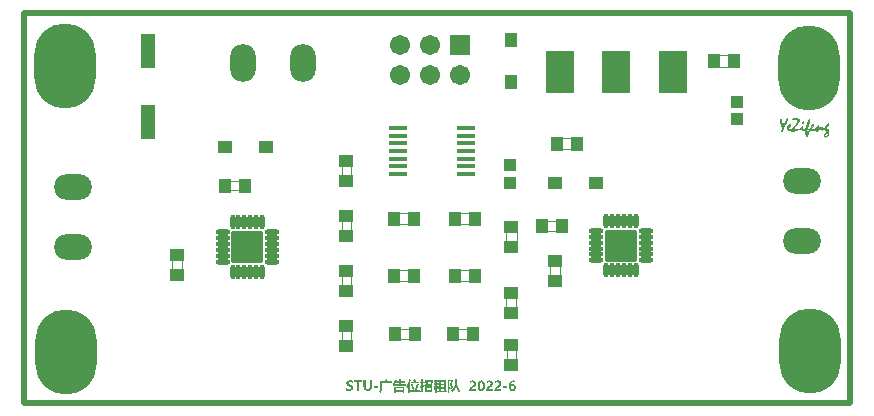
<source format=gts>
G04*
G04 #@! TF.GenerationSoftware,Altium Limited,Altium Designer,20.0.13 (296)*
G04*
G04 Layer_Color=8388736*
%FSLAX24Y24*%
%MOIN*%
G70*
G01*
G75*
%ADD25C,0.0200*%
%ADD26C,0.0039*%
%ADD37R,0.0474X0.1143*%
%ADD38R,0.0415X0.0474*%
%ADD39O,0.0198X0.0474*%
%ADD40O,0.0474X0.0198*%
G04:AMPARAMS|DCode=41|XSize=108.4mil|YSize=108.4mil|CornerRadius=9mil|HoleSize=0mil|Usage=FLASHONLY|Rotation=90.000|XOffset=0mil|YOffset=0mil|HoleType=Round|Shape=RoundedRectangle|*
%AMROUNDEDRECTD41*
21,1,0.1084,0.0904,0,0,90.0*
21,1,0.0904,0.1084,0,0,90.0*
1,1,0.0180,0.0452,0.0452*
1,1,0.0180,0.0452,-0.0452*
1,1,0.0180,-0.0452,-0.0452*
1,1,0.0180,-0.0452,0.0452*
%
%ADD41ROUNDEDRECTD41*%
%ADD42R,0.0474X0.0415*%
%ADD43R,0.0454X0.0434*%
%ADD44R,0.0646X0.0173*%
%ADD45R,0.0434X0.0454*%
%ADD46R,0.0415X0.0395*%
%ADD47O,0.2049X0.2836*%
%ADD48O,0.0867X0.1261*%
%ADD49R,0.0921X0.1433*%
%ADD50C,0.0671*%
%ADD51R,0.0671X0.0671*%
%ADD52O,0.1261X0.0867*%
G36*
X26001Y9396D02*
X26006Y9395D01*
X26011Y9392D01*
X26012Y9391D01*
X26014Y9388D01*
X26016Y9384D01*
X26017Y9378D01*
Y9377D01*
Y9376D01*
X26015Y9372D01*
X26015Y9367D01*
X26013Y9362D01*
Y9361D01*
X26013Y9361D01*
X26012Y9355D01*
X26010Y9349D01*
X26007Y9343D01*
Y9341D01*
X26006Y9338D01*
X26005Y9335D01*
X26004Y9332D01*
X26003Y9331D01*
X26001Y9327D01*
X25998Y9323D01*
X25995Y9318D01*
X25994Y9317D01*
X25991Y9314D01*
X25987Y9311D01*
X25981Y9307D01*
X25980Y9307D01*
X25977Y9304D01*
X25973Y9302D01*
X25968Y9300D01*
X25967D01*
X25964Y9299D01*
X25961Y9298D01*
X25958Y9298D01*
X25957D01*
X25955Y9298D01*
X25947D01*
X25945Y9299D01*
X25938D01*
X25936Y9300D01*
X25934Y9302D01*
X25930Y9307D01*
X25927Y9312D01*
Y9312D01*
X25927Y9313D01*
X25926Y9318D01*
X25925Y9324D01*
X25924Y9332D01*
Y9332D01*
Y9334D01*
X25925Y9336D01*
X25926Y9339D01*
X25927Y9344D01*
X25930Y9348D01*
X25933Y9353D01*
X25937Y9359D01*
X25938Y9360D01*
X25939Y9361D01*
X25941Y9364D01*
X25944Y9367D01*
X25951Y9373D01*
X25955Y9375D01*
X25958Y9376D01*
X25959Y9377D01*
X25961Y9379D01*
X25965Y9384D01*
X25970Y9389D01*
X25971Y9390D01*
X25973Y9392D01*
X25976Y9393D01*
X25981Y9395D01*
X25982Y9395D01*
X25985Y9396D01*
X25990Y9397D01*
X25996D01*
X26001Y9396D01*
D02*
G37*
G36*
X25453Y9499D02*
X25458Y9497D01*
X25462Y9493D01*
X25463Y9492D01*
X25465Y9489D01*
X25466Y9483D01*
X25467Y9476D01*
Y9475D01*
Y9473D01*
Y9470D01*
Y9466D01*
X25466Y9457D01*
X25465Y9446D01*
Y9445D01*
Y9443D01*
X25464Y9441D01*
X25463Y9437D01*
X25462Y9428D01*
X25460Y9418D01*
Y9418D01*
X25459Y9416D01*
X25458Y9413D01*
X25457Y9410D01*
X25454Y9402D01*
X25451Y9392D01*
Y9392D01*
X25450Y9390D01*
X25449Y9388D01*
X25449Y9384D01*
X25446Y9375D01*
X25442Y9365D01*
X25441Y9364D01*
X25440Y9362D01*
X25438Y9360D01*
X25437Y9358D01*
Y9358D01*
X25436Y9355D01*
Y9351D01*
X25435Y9347D01*
Y9346D01*
X25435Y9344D01*
X25433Y9341D01*
X25431Y9338D01*
X25430Y9338D01*
X25429Y9337D01*
X25426Y9334D01*
Y9333D01*
Y9332D01*
X25426Y9330D01*
X25425Y9327D01*
Y9327D01*
X25424Y9325D01*
X25423Y9321D01*
X25421Y9318D01*
Y9317D01*
X25419Y9315D01*
X25418Y9311D01*
X25415Y9307D01*
X25412Y9301D01*
X25408Y9294D01*
X25403Y9287D01*
X25398Y9278D01*
X25398Y9278D01*
X25396Y9275D01*
X25393Y9270D01*
X25389Y9264D01*
X25384Y9256D01*
X25379Y9248D01*
X25373Y9239D01*
X25366Y9229D01*
Y9227D01*
Y9225D01*
Y9221D01*
X25347Y9179D01*
Y9179D01*
X25346Y9176D01*
X25344Y9173D01*
X25342Y9168D01*
X25340Y9163D01*
X25338Y9156D01*
X25332Y9143D01*
Y9142D01*
X25332Y9140D01*
X25330Y9136D01*
X25329Y9132D01*
X25327Y9127D01*
X25326Y9121D01*
X25323Y9108D01*
Y9108D01*
X25321Y9105D01*
X25321Y9100D01*
X25319Y9094D01*
Y9093D01*
Y9090D01*
X25318Y9088D01*
Y9085D01*
X25319Y9084D01*
X25320Y9082D01*
X25322Y9077D01*
X25323Y9076D01*
X25324Y9073D01*
X25326Y9071D01*
X25327Y9068D01*
Y9067D01*
Y9066D01*
X25326Y9064D01*
X25324Y9061D01*
X25321Y9057D01*
X25318Y9054D01*
X25312Y9049D01*
X25305Y9045D01*
X25304Y9044D01*
X25302Y9043D01*
X25298Y9041D01*
X25294Y9039D01*
X25285Y9035D01*
X25281Y9034D01*
X25277D01*
X25275Y9034D01*
X25272D01*
X25268Y9035D01*
X25267D01*
X25265Y9036D01*
X25261D01*
X25258Y9036D01*
X25256Y9037D01*
X25253Y9038D01*
X25249Y9040D01*
X25244Y9042D01*
X25244Y9043D01*
X25242Y9045D01*
X25240Y9048D01*
X25239Y9054D01*
Y9054D01*
Y9057D01*
X25240Y9062D01*
X25241Y9069D01*
Y9070D01*
X25242Y9071D01*
X25243Y9073D01*
X25244Y9076D01*
X25246Y9085D01*
X25248Y9093D01*
Y9093D01*
X25249Y9095D01*
X25250Y9097D01*
X25251Y9100D01*
X25255Y9108D01*
X25259Y9114D01*
X25258Y9114D01*
Y9115D01*
X25258Y9116D01*
X25257Y9120D01*
Y9121D01*
Y9122D01*
X25258Y9125D01*
X25259Y9130D01*
X25261Y9136D01*
Y9137D01*
X25262Y9138D01*
X25264Y9142D01*
X25266Y9148D01*
X25270Y9156D01*
X25270Y9156D01*
X25271Y9159D01*
X25273Y9163D01*
X25275Y9168D01*
Y9169D01*
X25275Y9170D01*
X25277Y9173D01*
X25278Y9178D01*
X25281Y9183D01*
X25280D01*
X25279Y9184D01*
X25275Y9188D01*
X25269Y9193D01*
X25263Y9201D01*
Y9201D01*
X25261Y9203D01*
X25261Y9205D01*
X25259Y9208D01*
X25255Y9215D01*
X25253Y9224D01*
Y9224D01*
X25252Y9226D01*
X25250Y9230D01*
X25247Y9236D01*
Y9236D01*
X25246Y9237D01*
X25244Y9242D01*
X25241Y9249D01*
X25237Y9257D01*
X25213Y9338D01*
Y9339D01*
Y9340D01*
X25213Y9344D01*
X25212Y9352D01*
X25210Y9361D01*
Y9361D01*
Y9363D01*
X25210Y9366D01*
X25209Y9369D01*
X25208Y9374D01*
X25207Y9379D01*
X25205Y9392D01*
X25208Y9398D01*
X25203Y9404D01*
Y9404D01*
Y9406D01*
X25202Y9411D01*
Y9412D01*
Y9414D01*
X25201Y9418D01*
X25201Y9423D01*
Y9423D01*
Y9426D01*
X25200Y9430D01*
Y9434D01*
Y9435D01*
Y9437D01*
Y9443D01*
Y9443D01*
Y9445D01*
Y9447D01*
X25201Y9450D01*
X25201Y9457D01*
X25204Y9463D01*
Y9464D01*
X25204Y9465D01*
X25207Y9468D01*
X25212Y9472D01*
X25219Y9475D01*
X25232D01*
X25233Y9475D01*
X25234Y9476D01*
X25237Y9477D01*
X25241Y9479D01*
X25245Y9481D01*
X25252Y9485D01*
X25256D01*
X25259Y9484D01*
X25266Y9482D01*
X25272Y9478D01*
X25273Y9478D01*
X25275Y9474D01*
X25279Y9469D01*
X25281Y9462D01*
Y9461D01*
X25282Y9458D01*
X25283Y9454D01*
Y9448D01*
Y9447D01*
Y9446D01*
X25284Y9442D01*
Y9436D01*
Y9429D01*
Y9429D01*
Y9426D01*
X25283Y9420D01*
X25282Y9412D01*
Y9412D01*
Y9411D01*
Y9406D01*
X25281Y9401D01*
Y9396D01*
Y9395D01*
Y9391D01*
X25282Y9389D01*
X25283Y9386D01*
Y9385D01*
Y9384D01*
Y9382D01*
Y9379D01*
X25284Y9371D01*
X25284Y9361D01*
Y9360D01*
X25285Y9358D01*
Y9355D01*
X25286Y9351D01*
X25287Y9346D01*
X25288Y9341D01*
X25289Y9334D01*
X25290Y9327D01*
Y9326D01*
X25291Y9324D01*
Y9322D01*
X25292Y9318D01*
X25292Y9315D01*
X25294Y9310D01*
X25296Y9298D01*
Y9298D01*
X25297Y9295D01*
X25298Y9293D01*
X25298Y9287D01*
X25300Y9282D01*
X25301Y9276D01*
X25303Y9269D01*
X25304Y9261D01*
X25305Y9260D01*
X25306Y9259D01*
X25307Y9257D01*
X25310Y9254D01*
X25310Y9253D01*
X25311Y9251D01*
X25312Y9250D01*
Y9252D01*
X25313Y9255D01*
X25315Y9258D01*
Y9259D01*
X25316Y9261D01*
X25318Y9264D01*
X25319Y9268D01*
X25322Y9274D01*
X25325Y9281D01*
X25329Y9290D01*
X25334Y9300D01*
X25335Y9301D01*
X25335Y9303D01*
X25337Y9306D01*
X25338Y9310D01*
X25339Y9310D01*
X25341Y9314D01*
X25343Y9318D01*
X25345Y9324D01*
Y9325D01*
X25346Y9327D01*
X25348Y9330D01*
X25349Y9331D01*
X25349Y9332D01*
X25352Y9336D01*
Y9337D01*
X25353Y9340D01*
X25355Y9344D01*
X25357Y9350D01*
Y9351D01*
X25358Y9352D01*
X25359Y9357D01*
X25361Y9363D01*
X25364Y9369D01*
X25365Y9371D01*
X25367Y9375D01*
X25370Y9381D01*
X25374Y9388D01*
Y9389D01*
X25375Y9390D01*
X25376Y9392D01*
X25378Y9395D01*
X25381Y9403D01*
X25385Y9412D01*
Y9412D01*
X25386Y9413D01*
X25387Y9415D01*
X25389Y9418D01*
X25391Y9422D01*
X25394Y9426D01*
X25398Y9433D01*
X25398Y9434D01*
X25400Y9437D01*
X25403Y9441D01*
X25406Y9447D01*
X25411Y9455D01*
X25417Y9465D01*
X25423Y9475D01*
X25431Y9488D01*
X25432Y9489D01*
X25433Y9491D01*
X25438Y9496D01*
X25438Y9497D01*
X25440Y9498D01*
X25443Y9499D01*
X25447Y9500D01*
X25449D01*
X25453Y9499D01*
D02*
G37*
G36*
X25691Y9509D02*
X25693D01*
X25696Y9509D01*
X25700Y9508D01*
X25705Y9507D01*
X25708Y9505D01*
X25709D01*
X25711Y9506D01*
X25713Y9506D01*
X25716Y9507D01*
X25717D01*
X25719Y9508D01*
X25724Y9509D01*
X25725D01*
X25728Y9508D01*
X25731Y9507D01*
X25736Y9506D01*
X25742Y9505D01*
X25748Y9504D01*
X25762Y9501D01*
X25766D01*
X25770Y9500D01*
X25775Y9500D01*
X25776D01*
X25780Y9499D01*
X25787Y9498D01*
X25795Y9497D01*
X25796Y9496D01*
X25798Y9495D01*
X25802Y9493D01*
X25806Y9490D01*
X25808Y9489D01*
X25810Y9488D01*
X25816Y9486D01*
X25822Y9483D01*
X25822D01*
X25824Y9483D01*
X25826Y9482D01*
X25830Y9480D01*
X25837Y9476D01*
X25845Y9470D01*
X25845D01*
X25846Y9469D01*
X25850Y9465D01*
X25856Y9459D01*
X25860Y9452D01*
Y9451D01*
X25861Y9450D01*
X25863Y9446D01*
X25866Y9441D01*
X25868Y9435D01*
X25869Y9433D01*
X25870Y9429D01*
X25870Y9425D01*
X25871Y9419D01*
Y9418D01*
Y9417D01*
Y9415D01*
Y9412D01*
X25870Y9406D01*
X25868Y9398D01*
Y9398D01*
X25867Y9397D01*
X25866Y9392D01*
X25864Y9387D01*
X25860Y9381D01*
X25856Y9371D01*
Y9370D01*
X25856Y9369D01*
X25855Y9366D01*
X25853Y9362D01*
X25852Y9361D01*
X25851Y9359D01*
X25849Y9356D01*
X25847Y9352D01*
X25846Y9351D01*
X25844Y9348D01*
X25840Y9344D01*
X25836Y9338D01*
X25835Y9338D01*
X25834Y9335D01*
X25832Y9332D01*
X25829Y9329D01*
X25828Y9328D01*
X25826Y9325D01*
X25822Y9321D01*
X25817Y9317D01*
X25816D01*
X25815Y9315D01*
X25814Y9315D01*
X25813Y9312D01*
X25813Y9310D01*
X25810Y9307D01*
X25807Y9301D01*
X25802Y9294D01*
Y9293D01*
X25800Y9293D01*
X25799Y9290D01*
X25797Y9287D01*
X25792Y9280D01*
X25785Y9271D01*
X25784Y9270D01*
X25782Y9268D01*
X25779Y9265D01*
X25776Y9261D01*
X25769Y9253D01*
X25762Y9244D01*
Y9244D01*
X25760Y9243D01*
X25757Y9239D01*
X25754Y9235D01*
X25751Y9230D01*
X25750Y9230D01*
X25748Y9228D01*
X25745Y9226D01*
X25742Y9223D01*
X25742Y9222D01*
X25740Y9221D01*
X25735Y9216D01*
X25732Y9208D01*
X25731Y9207D01*
X25730Y9204D01*
X25726Y9199D01*
X25720Y9190D01*
X25719Y9190D01*
X25719Y9188D01*
X25717Y9185D01*
X25714Y9182D01*
X25710Y9177D01*
X25705Y9172D01*
X25700Y9165D01*
X25694Y9158D01*
X25693Y9157D01*
X25691Y9155D01*
X25688Y9151D01*
X25685Y9147D01*
X25677Y9138D01*
X25673Y9133D01*
X25670Y9128D01*
Y9128D01*
X25668Y9127D01*
X25666Y9122D01*
X25665Y9120D01*
X25671Y9121D01*
X25671D01*
X25674Y9120D01*
X25677Y9119D01*
X25689D01*
X25696Y9120D01*
X25705Y9117D01*
X25707Y9118D01*
X25710Y9119D01*
X25715Y9119D01*
X25720Y9120D01*
X25722D01*
X25725Y9121D01*
X25728Y9122D01*
X25742D01*
X25751Y9122D01*
X25761Y9124D01*
X25762D01*
X25763Y9125D01*
X25766D01*
X25769Y9125D01*
X25777Y9128D01*
X25786Y9130D01*
X25788D01*
X25791Y9131D01*
X25795Y9132D01*
X25801Y9133D01*
X25802D01*
X25802Y9133D01*
X25807Y9134D01*
X25814Y9136D01*
X25823Y9139D01*
X25824D01*
X25825Y9139D01*
X25830Y9141D01*
X25830D01*
X25832Y9142D01*
X25835Y9143D01*
X25838Y9144D01*
X25839D01*
X25842Y9145D01*
X25845Y9145D01*
X25847Y9146D01*
X25848D01*
X25851Y9147D01*
X25855Y9148D01*
X25861Y9150D01*
X25861Y9150D01*
X25862Y9151D01*
X25862Y9153D01*
X25865Y9156D01*
X25868Y9159D01*
X25872Y9164D01*
X25877Y9170D01*
X25883Y9176D01*
X25890Y9182D01*
X25891Y9183D01*
X25894Y9185D01*
X25898Y9189D01*
X25902Y9193D01*
X25912Y9202D01*
X25916Y9207D01*
X25920Y9212D01*
X25921Y9213D01*
X25922Y9216D01*
X25925Y9218D01*
X25929Y9221D01*
X25930Y9221D01*
X25933Y9223D01*
X25936Y9224D01*
X25941Y9224D01*
X25945D01*
X25949Y9224D01*
X25956Y9221D01*
X25964Y9217D01*
X25964D01*
X25965Y9216D01*
X25969Y9212D01*
X25973Y9206D01*
X25976Y9198D01*
Y9197D01*
Y9196D01*
X25977Y9192D01*
X25978Y9186D01*
X25980Y9178D01*
Y9177D01*
X25981Y9176D01*
X25981Y9171D01*
X25982Y9165D01*
X25983Y9158D01*
X25984Y9156D01*
X25984Y9153D01*
X25986Y9147D01*
X25988Y9139D01*
Y9138D01*
X25989Y9137D01*
X25990Y9133D01*
X25991Y9128D01*
X25992Y9127D01*
X25993Y9126D01*
X25993Y9125D01*
X25995Y9123D01*
X26002D01*
X26005Y9124D01*
X26008Y9125D01*
X26009D01*
X26011Y9126D01*
X26014Y9128D01*
X26018Y9130D01*
X26018Y9130D01*
X26021Y9133D01*
X26025Y9136D01*
X26029Y9139D01*
X26030Y9139D01*
X26033Y9142D01*
X26038Y9145D01*
X26044Y9149D01*
X26044Y9149D01*
X26046Y9151D01*
Y9152D01*
X26047Y9153D01*
X26049Y9156D01*
X26051Y9159D01*
Y9159D01*
X26052Y9160D01*
X26054Y9164D01*
X26058Y9169D01*
X26061Y9175D01*
Y9176D01*
X26062Y9176D01*
X26064Y9180D01*
X26067Y9184D01*
X26069Y9188D01*
X26070Y9190D01*
X26071Y9193D01*
X26073Y9198D01*
X26075Y9204D01*
Y9204D01*
X26076Y9205D01*
X26077Y9210D01*
X26078Y9216D01*
X26080Y9223D01*
Y9224D01*
Y9225D01*
X26081Y9227D01*
X26081Y9230D01*
X26082Y9235D01*
X26083Y9239D01*
X26085Y9251D01*
X26088Y9265D01*
X26092Y9281D01*
X26096Y9299D01*
X26101Y9318D01*
Y9319D01*
X26102Y9321D01*
X26103Y9324D01*
X26104Y9327D01*
X26106Y9332D01*
X26108Y9338D01*
X26110Y9344D01*
X26112Y9352D01*
X26118Y9367D01*
X26125Y9386D01*
X26133Y9406D01*
X26141Y9426D01*
X26142Y9428D01*
X26143Y9431D01*
X26145Y9435D01*
X26147Y9441D01*
X26154Y9452D01*
X26158Y9458D01*
X26162Y9463D01*
X26163Y9464D01*
X26164Y9466D01*
X26166Y9467D01*
X26169Y9470D01*
X26178Y9474D01*
X26182Y9475D01*
X26187Y9476D01*
X26189D01*
X26193Y9475D01*
X26199Y9474D01*
X26204Y9471D01*
X26206Y9470D01*
X26208Y9468D01*
X26212Y9463D01*
X26214Y9458D01*
Y9457D01*
X26215Y9455D01*
Y9451D01*
Y9446D01*
Y9444D01*
X26215Y9441D01*
Y9435D01*
Y9429D01*
Y9427D01*
Y9426D01*
X26215Y9422D01*
X26214Y9416D01*
X26213Y9408D01*
X26212Y9403D01*
X26212Y9397D01*
X26211Y9389D01*
X26210Y9382D01*
Y9381D01*
X26209Y9378D01*
X26208Y9374D01*
X26206Y9368D01*
X26205Y9361D01*
X26202Y9352D01*
X26200Y9341D01*
X26196Y9330D01*
X26195Y9329D01*
X26195Y9325D01*
X26192Y9318D01*
X26190Y9310D01*
X26186Y9298D01*
X26183Y9286D01*
X26178Y9272D01*
X26173Y9256D01*
X26172Y9256D01*
X26171Y9253D01*
X26169Y9247D01*
X26166Y9241D01*
X26165Y9240D01*
X26163Y9236D01*
X26160Y9230D01*
X26156Y9221D01*
X26155Y9219D01*
X26155Y9218D01*
X26154Y9216D01*
Y9215D01*
X26153Y9213D01*
X26152Y9210D01*
X26150Y9206D01*
Y9205D01*
X26149Y9204D01*
X26147Y9201D01*
X26146Y9199D01*
X26145Y9198D01*
X26144Y9196D01*
X26142Y9192D01*
X26140Y9187D01*
Y9186D01*
X26139Y9184D01*
X26138Y9180D01*
X26137Y9176D01*
X26135Y9169D01*
X26133Y9162D01*
X26132Y9153D01*
X26129Y9144D01*
Y9142D01*
X26129Y9139D01*
X26128Y9133D01*
X26126Y9126D01*
X26125Y9117D01*
X26124Y9106D01*
X26121Y9093D01*
X26120Y9080D01*
Y9079D01*
X26119Y9074D01*
X26118Y9068D01*
X26118Y9060D01*
X26116Y9051D01*
X26115Y9042D01*
X26114Y9031D01*
X26113Y9022D01*
Y9020D01*
Y9017D01*
X26112Y9012D01*
Y9006D01*
X26112Y8999D01*
Y8990D01*
X26111Y8973D01*
Y8972D01*
X26112Y8970D01*
Y8966D01*
X26112Y8960D01*
Y8960D01*
Y8959D01*
X26113Y8955D01*
Y8951D01*
X26113Y8950D01*
X26115Y8953D01*
X26116Y8957D01*
X26119Y8963D01*
X26120Y8964D01*
X26121Y8966D01*
X26123Y8971D01*
X26125Y8977D01*
X26128Y8984D01*
X26132Y8994D01*
X26137Y9005D01*
X26142Y9017D01*
X26141Y9024D01*
X26141Y9025D01*
X26142Y9027D01*
X26144Y9030D01*
X26145Y9033D01*
X26146Y9034D01*
X26146Y9036D01*
X26147Y9039D01*
X26149Y9043D01*
X26149Y9045D01*
X26150Y9048D01*
X26152Y9052D01*
X26153Y9058D01*
X26157Y9071D01*
X26159Y9077D01*
X26161Y9082D01*
Y9083D01*
X26161Y9085D01*
X26163Y9089D01*
X26164Y9094D01*
Y9096D01*
X26165Y9098D01*
Y9099D01*
X26166Y9100D01*
X26166Y9102D01*
X26168Y9106D01*
X26172Y9113D01*
X26177Y9122D01*
X26178Y9123D01*
X26178Y9125D01*
X26180Y9127D01*
X26183Y9130D01*
X26186Y9135D01*
X26189Y9139D01*
X26195Y9145D01*
X26200Y9150D01*
X26200Y9149D01*
X26203Y9153D01*
X26207Y9159D01*
X26209Y9161D01*
X26212Y9164D01*
X26216Y9168D01*
X26221Y9173D01*
Y9174D01*
X26222Y9176D01*
Y9179D01*
X26223Y9183D01*
Y9184D01*
X26223Y9187D01*
Y9191D01*
X26224Y9196D01*
Y9196D01*
X26225Y9199D01*
X26226Y9202D01*
X26227Y9207D01*
X26228Y9208D01*
X26229Y9211D01*
X26230Y9216D01*
X26232Y9221D01*
X26233Y9221D01*
X26234Y9224D01*
X26237Y9230D01*
X26240Y9237D01*
Y9238D01*
X26240Y9239D01*
X26242Y9241D01*
X26243Y9244D01*
X26248Y9253D01*
X26253Y9262D01*
X26254Y9264D01*
X26257Y9267D01*
X26262Y9273D01*
X26267Y9278D01*
Y9279D01*
X26269Y9280D01*
X26272Y9284D01*
X26277Y9290D01*
X26282Y9296D01*
X26283Y9297D01*
X26285Y9298D01*
X26290Y9301D01*
X26291Y9302D01*
X26293Y9304D01*
X26296Y9306D01*
X26299Y9308D01*
X26300Y9309D01*
X26302Y9310D01*
X26306Y9310D01*
X26309Y9311D01*
X26310D01*
X26313Y9312D01*
X26317Y9312D01*
X26326D01*
X26331Y9312D01*
X26337Y9310D01*
X26338Y9310D01*
X26340Y9309D01*
X26344Y9307D01*
X26347Y9303D01*
X26348Y9302D01*
X26348Y9301D01*
X26351Y9298D01*
X26352Y9294D01*
X26353Y9293D01*
X26354Y9290D01*
X26355Y9286D01*
X26357Y9280D01*
Y9279D01*
X26356Y9277D01*
X26354Y9276D01*
X26353Y9274D01*
X26350Y9273D01*
X26346Y9273D01*
Y9272D01*
Y9271D01*
X26347Y9267D01*
X26348Y9262D01*
X26350Y9261D01*
X26351Y9260D01*
X26352D01*
X26354Y9259D01*
X26355Y9256D01*
Y9254D01*
X26354Y9251D01*
X26351Y9241D01*
Y9241D01*
X26351Y9238D01*
X26349Y9235D01*
X26347Y9230D01*
X26345Y9225D01*
X26341Y9219D01*
X26337Y9212D01*
X26331Y9204D01*
X26330Y9204D01*
X26328Y9201D01*
X26324Y9197D01*
X26320Y9191D01*
X26314Y9184D01*
X26306Y9176D01*
X26298Y9167D01*
X26289Y9158D01*
X26288Y9157D01*
X26286Y9154D01*
Y9153D01*
X26286Y9150D01*
Y9150D01*
Y9147D01*
X26286Y9144D01*
X26287Y9141D01*
Y9140D01*
X26288Y9139D01*
X26291Y9136D01*
X26291D01*
X26293Y9135D01*
X26295Y9134D01*
X26298Y9133D01*
X26299D01*
X26301Y9132D01*
X26305Y9131D01*
X26309Y9130D01*
X26311D01*
X26315Y9130D01*
X26321Y9132D01*
X26328Y9133D01*
X26328D01*
X26329Y9134D01*
X26334Y9136D01*
X26339Y9138D01*
X26345Y9141D01*
X26346D01*
X26346Y9142D01*
X26350Y9143D01*
X26351D01*
X26353Y9145D01*
X26357Y9147D01*
X26362Y9149D01*
X26363Y9150D01*
X26363Y9151D01*
X26364Y9153D01*
X26365Y9155D01*
X26368Y9158D01*
X26368Y9159D01*
X26370Y9160D01*
X26375Y9165D01*
X26376Y9165D01*
X26378Y9167D01*
X26383Y9171D01*
X26388Y9177D01*
X26388D01*
X26391Y9179D01*
X26392Y9180D01*
X26394Y9182D01*
X26397Y9185D01*
X26400Y9189D01*
X26400Y9190D01*
X26401Y9191D01*
X26403Y9193D01*
X26405Y9196D01*
X26411Y9204D01*
X26419Y9213D01*
X26420Y9214D01*
X26422Y9217D01*
X26427Y9221D01*
X26433Y9227D01*
X26434Y9228D01*
X26434Y9229D01*
X26438Y9233D01*
X26444Y9239D01*
X26451Y9247D01*
X26451Y9248D01*
X26452Y9250D01*
X26457Y9254D01*
X26463Y9260D01*
X26471Y9265D01*
X26472D01*
X26474Y9266D01*
X26476Y9267D01*
X26479Y9268D01*
X26487Y9270D01*
X26496Y9271D01*
X26499D01*
X26502Y9270D01*
X26505Y9270D01*
X26512Y9267D01*
X26515Y9264D01*
X26518Y9261D01*
Y9261D01*
X26519Y9260D01*
X26520Y9258D01*
X26522Y9255D01*
X26524Y9247D01*
X26525Y9237D01*
Y9236D01*
Y9233D01*
X26524Y9230D01*
X26523Y9227D01*
X26522Y9221D01*
X26521Y9216D01*
X26519Y9208D01*
Y9207D01*
X26518Y9204D01*
X26516Y9199D01*
X26515Y9193D01*
X26513Y9185D01*
X26510Y9176D01*
X26506Y9165D01*
X26502Y9153D01*
X26502Y9152D01*
X26501Y9149D01*
X26499Y9147D01*
X26498Y9146D01*
X26495Y9142D01*
X26492Y9139D01*
X26491Y9136D01*
X26491Y9136D01*
X26488Y9134D01*
X26488Y9133D01*
X26488Y9133D01*
X26490D01*
X26491Y9133D01*
X26492D01*
X26494Y9132D01*
X26494Y9131D01*
Y9133D01*
Y9135D01*
X26496Y9139D01*
X26497Y9140D01*
Y9141D01*
X26499Y9145D01*
X26501Y9149D01*
X26502Y9150D01*
X26506Y9153D01*
X26511Y9158D01*
X26511Y9159D01*
X26513Y9161D01*
X26515Y9165D01*
X26518Y9168D01*
X26519Y9169D01*
X26522Y9172D01*
X26525Y9175D01*
X26529Y9179D01*
X26530Y9179D01*
X26532Y9182D01*
X26533Y9182D01*
X26533Y9184D01*
X26536Y9186D01*
X26538Y9189D01*
X26539Y9190D01*
X26541Y9191D01*
X26544Y9194D01*
X26548Y9197D01*
X26548Y9198D01*
X26551Y9200D01*
X26556Y9203D01*
X26561Y9207D01*
X26562D01*
X26562Y9207D01*
X26567Y9210D01*
X26572Y9213D01*
X26578Y9215D01*
X26579D01*
X26579Y9216D01*
X26583Y9216D01*
X26588Y9217D01*
X26592Y9218D01*
X26596D01*
X26599Y9217D01*
X26606Y9216D01*
X26613Y9212D01*
X26613D01*
X26614Y9211D01*
X26619Y9207D01*
X26623Y9202D01*
X26628Y9194D01*
Y9193D01*
X26629Y9191D01*
X26630Y9187D01*
X26632Y9183D01*
X26633Y9178D01*
X26636Y9171D01*
X26640Y9158D01*
X26641Y9156D01*
X26642Y9153D01*
X26644Y9149D01*
X26646Y9146D01*
X26647Y9145D01*
X26647Y9145D01*
X26650Y9144D01*
X26651Y9143D01*
X26653D01*
X26656Y9144D01*
X26656D01*
X26658Y9145D01*
X26662Y9147D01*
X26667Y9150D01*
X26668Y9147D01*
X26670Y9150D01*
X26673Y9153D01*
X26673Y9154D01*
X26675Y9156D01*
X26677Y9159D01*
X26679Y9164D01*
X26680Y9165D01*
X26682Y9167D01*
X26685Y9170D01*
X26689Y9173D01*
X26690Y9174D01*
X26693Y9177D01*
X26696Y9182D01*
X26700Y9187D01*
X26701Y9188D01*
X26701Y9190D01*
X26703Y9193D01*
X26705Y9197D01*
X26706Y9199D01*
X26707Y9201D01*
X26710Y9207D01*
X26714Y9213D01*
Y9214D01*
X26715Y9215D01*
X26716Y9219D01*
X26718Y9225D01*
X26723Y9233D01*
Y9233D01*
X26724Y9235D01*
X26726Y9237D01*
X26728Y9240D01*
X26735Y9249D01*
X26744Y9258D01*
X26744Y9259D01*
X26747Y9261D01*
X26750Y9265D01*
X26754Y9270D01*
X26759Y9276D01*
X26765Y9283D01*
X26778Y9298D01*
X26779Y9299D01*
X26780Y9301D01*
X26782Y9304D01*
X26785Y9307D01*
X26792Y9315D01*
X26801Y9322D01*
X26802Y9323D01*
X26804Y9324D01*
X26807Y9325D01*
X26810Y9327D01*
X26819Y9329D01*
X26824Y9330D01*
X26832D01*
X26838Y9329D01*
X26844Y9326D01*
X26846Y9324D01*
X26849Y9320D01*
Y9319D01*
X26849Y9318D01*
X26851Y9315D01*
X26852Y9312D01*
X26853Y9309D01*
X26854Y9304D01*
X26855Y9293D01*
Y9291D01*
X26854Y9287D01*
X26851Y9281D01*
X26849Y9276D01*
X26846Y9272D01*
Y9271D01*
X26844Y9270D01*
X26842Y9267D01*
X26840Y9263D01*
X26836Y9258D01*
X26832Y9253D01*
X26822Y9241D01*
X26821Y9240D01*
X26821Y9239D01*
X26818Y9237D01*
X26816Y9234D01*
X26810Y9227D01*
X26802Y9218D01*
X26801Y9217D01*
X26800Y9216D01*
X26798Y9213D01*
X26795Y9210D01*
X26788Y9203D01*
X26781Y9194D01*
X26780Y9193D01*
X26778Y9192D01*
X26775Y9188D01*
X26771Y9184D01*
X26770Y9184D01*
X26767Y9181D01*
X26764Y9178D01*
X26761Y9174D01*
Y9173D01*
X26760Y9170D01*
X26758Y9167D01*
X26757Y9162D01*
Y9162D01*
Y9160D01*
Y9158D01*
Y9156D01*
X26758Y9149D01*
X26758Y9142D01*
Y9141D01*
X26760Y9138D01*
X26761Y9133D01*
X26763Y9129D01*
X26764Y9128D01*
X26766Y9124D01*
X26770Y9119D01*
Y9118D01*
X26770Y9117D01*
X26773Y9113D01*
X26778Y9107D01*
X26783Y9099D01*
X26784Y9099D01*
X26784Y9098D01*
X26788Y9093D01*
X26789D01*
X26790Y9092D01*
X26790Y9091D01*
X26791Y9090D01*
X26792Y9092D01*
X26793Y9093D01*
X26795Y9096D01*
X26798Y9099D01*
X26803Y9104D01*
X26804Y9105D01*
X26805Y9107D01*
X26809Y9110D01*
X26813Y9115D01*
X26819Y9121D01*
X26827Y9129D01*
X26835Y9139D01*
X26846Y9150D01*
X26864Y9113D01*
X26863Y9111D01*
X26861Y9108D01*
X26858Y9104D01*
X26853Y9099D01*
X26852Y9097D01*
X26849Y9094D01*
X26845Y9088D01*
X26839Y9080D01*
X26838Y9079D01*
X26838Y9078D01*
X26835Y9075D01*
X26833Y9072D01*
X26827Y9063D01*
X26820Y9053D01*
X26821Y9052D01*
X26821Y9051D01*
X26822Y9050D01*
X26823Y9048D01*
X26825Y9046D01*
X26828Y9043D01*
X26829Y9042D01*
X26829Y9042D01*
X26832Y9039D01*
X26834Y9036D01*
X26838Y9028D01*
X26844Y9017D01*
Y9017D01*
X26844Y9014D01*
X26846Y9011D01*
X26847Y9006D01*
X26849Y9000D01*
X26850Y8994D01*
X26852Y8986D01*
X26853Y8978D01*
Y8977D01*
X26852Y8977D01*
X26852Y8972D01*
Y8971D01*
Y8970D01*
Y8967D01*
X26851Y8964D01*
Y8963D01*
Y8962D01*
X26850Y8960D01*
X26849Y8957D01*
X26847Y8950D01*
X26844Y8940D01*
X26838Y8929D01*
X26829Y8916D01*
X26824Y8909D01*
X26818Y8903D01*
X26812Y8896D01*
X26804Y8888D01*
X26804Y8888D01*
X26802Y8887D01*
X26800Y8885D01*
X26797Y8883D01*
X26789Y8877D01*
X26778Y8869D01*
X26766Y8862D01*
X26753Y8856D01*
X26738Y8851D01*
X26731Y8851D01*
X26724Y8850D01*
X26717D01*
X26713Y8851D01*
X26703Y8852D01*
X26693Y8855D01*
X26693D01*
X26692Y8856D01*
X26687Y8859D01*
X26681Y8864D01*
X26677Y8871D01*
Y8872D01*
X26676Y8876D01*
X26676Y8881D01*
X26675Y8889D01*
Y8890D01*
Y8891D01*
Y8894D01*
Y8898D01*
X26674Y8903D01*
Y8908D01*
Y8914D01*
Y8922D01*
Y8923D01*
Y8924D01*
X26675Y8927D01*
X26676Y8931D01*
Y8931D01*
X26676Y8934D01*
X26678Y8939D01*
X26681Y8945D01*
X26681Y8947D01*
X26682Y8950D01*
X26684Y8955D01*
X26687Y8960D01*
X26687Y8962D01*
X26690Y8965D01*
X26693Y8969D01*
X26696Y8975D01*
X26697Y8976D01*
X26699Y8979D01*
X26701Y8982D01*
X26704Y8987D01*
X26705Y8988D01*
X26707Y8991D01*
X26710Y8996D01*
X26714Y9001D01*
X26715Y9002D01*
X26716Y9003D01*
X26720Y9008D01*
X26726Y9014D01*
X26732Y9020D01*
X26733Y9021D01*
X26735Y9024D01*
X26738Y9027D01*
X26740Y9031D01*
X26741Y9031D01*
X26741Y9033D01*
X26742Y9034D01*
X26743Y9035D01*
X26742Y9036D01*
X26741Y9037D01*
X26739Y9039D01*
X26737Y9042D01*
X26731Y9051D01*
X26723Y9061D01*
X26722Y9062D01*
X26721Y9063D01*
X26718Y9066D01*
X26716Y9070D01*
X26710Y9079D01*
X26704Y9090D01*
Y9090D01*
X26702Y9093D01*
X26701Y9096D01*
X26700Y9099D01*
X26696Y9110D01*
X26695Y9118D01*
X26672Y9138D01*
X26684Y9112D01*
X26683Y9110D01*
X26680Y9108D01*
X26675Y9104D01*
X26670Y9099D01*
X26670Y9099D01*
X26667Y9096D01*
X26664Y9093D01*
X26659Y9090D01*
X26658Y9090D01*
X26655Y9087D01*
X26650Y9084D01*
X26644Y9081D01*
X26643Y9080D01*
X26640Y9079D01*
X26635Y9079D01*
X26630Y9078D01*
X26628D01*
X26625Y9079D01*
X26619Y9079D01*
X26613Y9082D01*
X26611Y9082D01*
X26608Y9085D01*
X26604Y9088D01*
X26599Y9092D01*
X26599Y9093D01*
X26597Y9094D01*
X26595Y9098D01*
X26592Y9102D01*
Y9103D01*
X26591Y9104D01*
X26590Y9108D01*
X26587Y9113D01*
X26584Y9119D01*
X26583Y9119D01*
X26582Y9122D01*
X26579Y9125D01*
X26575Y9129D01*
X26574Y9130D01*
X26572Y9133D01*
X26568Y9139D01*
X26564Y9143D01*
X26563Y9142D01*
X26560Y9141D01*
X26556Y9139D01*
X26556Y9138D01*
X26553Y9136D01*
X26550Y9133D01*
X26545Y9130D01*
X26545Y9129D01*
X26543Y9128D01*
X26540Y9125D01*
X26537Y9123D01*
X26531Y9117D01*
X26528Y9115D01*
X26525Y9113D01*
X26524D01*
X26522Y9112D01*
X26519Y9110D01*
X26517Y9108D01*
X26516Y9107D01*
X26514Y9103D01*
X26509Y9096D01*
X26502Y9088D01*
X26501Y9088D01*
X26500Y9086D01*
X26497Y9083D01*
X26494Y9080D01*
X26491Y9076D01*
X26486Y9071D01*
X26475Y9059D01*
X26474Y9059D01*
X26472Y9056D01*
X26469Y9054D01*
X26466Y9051D01*
X26465Y9050D01*
X26464Y9048D01*
X26459Y9045D01*
X26458Y9044D01*
X26455Y9042D01*
X26451Y9039D01*
X26446Y9038D01*
X26445D01*
X26442Y9037D01*
X26438Y9036D01*
X26433Y9036D01*
X26430D01*
X26427Y9036D01*
X26423Y9037D01*
X26420Y9039D01*
X26417Y9040D01*
X26414Y9043D01*
X26413Y9047D01*
Y9048D01*
Y9049D01*
X26412Y9051D01*
Y9054D01*
X26411Y9061D01*
X26411Y9069D01*
Y9070D01*
X26411Y9071D01*
X26412Y9074D01*
X26414Y9079D01*
X26415Y9083D01*
X26417Y9089D01*
X26421Y9102D01*
Y9103D01*
X26422Y9106D01*
X26423Y9110D01*
X26425Y9116D01*
X26428Y9122D01*
X26430Y9130D01*
X26432Y9139D01*
X26435Y9148D01*
Y9149D01*
X26436Y9152D01*
Y9153D01*
X26437Y9154D01*
X26438Y9156D01*
X26439Y9161D01*
Y9162D01*
X26440Y9162D01*
X26441Y9166D01*
Y9167D01*
X26442Y9167D01*
Y9169D01*
X26442D01*
X26442Y9170D01*
Y9169D01*
X26441D01*
X26439Y9167D01*
X26437Y9166D01*
X26436Y9165D01*
X26434Y9164D01*
X26431Y9160D01*
X26426Y9156D01*
X26425Y9155D01*
X26425Y9153D01*
X26420Y9149D01*
X26415Y9144D01*
X26411Y9139D01*
X26410Y9138D01*
X26408Y9136D01*
X26405Y9134D01*
X26403Y9133D01*
X26402D01*
X26402Y9131D01*
X26400Y9130D01*
X26397Y9127D01*
X26396Y9126D01*
X26394Y9125D01*
X26391Y9122D01*
X26388Y9119D01*
Y9119D01*
X26388Y9118D01*
X26387Y9116D01*
X26386Y9115D01*
X26385Y9114D01*
X26383Y9113D01*
X26381Y9111D01*
X26377Y9110D01*
X26376Y9108D01*
X26372Y9105D01*
X26367Y9100D01*
X26356Y9090D01*
X26349Y9085D01*
X26343Y9081D01*
X26343D01*
X26340Y9079D01*
X26337Y9078D01*
X26334Y9076D01*
X26325Y9073D01*
X26320Y9073D01*
X26315Y9072D01*
X26314Y9071D01*
X26312Y9071D01*
X26309Y9069D01*
X26303Y9068D01*
X26302D01*
X26299Y9067D01*
X26294Y9066D01*
X26282D01*
X26279Y9067D01*
X26272Y9068D01*
X26263Y9070D01*
X26263D01*
X26262Y9071D01*
X26257Y9073D01*
X26252Y9076D01*
X26247Y9080D01*
X26246Y9081D01*
X26244Y9083D01*
X26242Y9087D01*
X26239Y9092D01*
X26238Y9093D01*
X26237Y9096D01*
X26235Y9102D01*
X26232Y9107D01*
X26232Y9108D01*
X26231Y9110D01*
X26229Y9113D01*
X26228Y9115D01*
Y9116D01*
X26227Y9116D01*
X26226Y9116D01*
X26225Y9115D01*
X26224D01*
X26223Y9113D01*
X26221Y9113D01*
X26219Y9111D01*
X26217Y9110D01*
X26215Y9108D01*
X26212Y9102D01*
X26209Y9096D01*
X26208Y9095D01*
X26206Y9092D01*
X26205Y9087D01*
X26203Y9080D01*
Y9079D01*
X26202Y9079D01*
X26201Y9074D01*
X26199Y9068D01*
X26198Y9062D01*
Y9061D01*
Y9060D01*
X26197Y9056D01*
X26195Y9050D01*
X26193Y9043D01*
Y9042D01*
X26192Y9040D01*
X26192Y9037D01*
X26190Y9034D01*
X26189Y9028D01*
X26187Y9022D01*
X26183Y9008D01*
X26179Y8993D01*
X26173Y8977D01*
X26168Y8960D01*
X26162Y8944D01*
Y8943D01*
X26161Y8942D01*
X26161Y8940D01*
X26160Y8937D01*
X26157Y8930D01*
X26153Y8921D01*
X26149Y8911D01*
X26144Y8902D01*
X26139Y8892D01*
X26134Y8884D01*
Y8883D01*
X26132Y8881D01*
X26129Y8876D01*
X26128Y8875D01*
X26126Y8874D01*
X26125Y8871D01*
X26122Y8867D01*
X26121Y8866D01*
X26119Y8864D01*
X26116Y8861D01*
X26112Y8859D01*
X26112Y8858D01*
X26109Y8857D01*
X26105Y8856D01*
X26101Y8855D01*
X26098D01*
X26095Y8856D01*
X26092D01*
X26084Y8858D01*
X26075Y8863D01*
X26075Y8863D01*
X26074Y8864D01*
X26070Y8868D01*
X26066Y8875D01*
X26061Y8885D01*
Y8886D01*
Y8886D01*
X26061Y8891D01*
X26060Y8897D01*
X26058Y8905D01*
Y8906D01*
Y8906D01*
X26058Y8911D01*
Y8917D01*
X26057Y8924D01*
Y8925D01*
X26055Y8928D01*
X26055Y8932D01*
X26054Y8937D01*
Y8939D01*
Y8942D01*
X26053Y8948D01*
Y8954D01*
Y9001D01*
Y9002D01*
Y9004D01*
Y9008D01*
X26054Y9013D01*
Y9014D01*
X26055Y9017D01*
X26055Y9019D01*
Y9022D01*
Y9022D01*
Y9023D01*
X26055Y9028D01*
X26053Y9034D01*
X26052Y9042D01*
Y9042D01*
Y9044D01*
X26052Y9046D01*
Y9050D01*
X26053Y9054D01*
X26054Y9059D01*
X26055Y9071D01*
Y9071D01*
X26056Y9073D01*
Y9076D01*
X26057Y9081D01*
X26058Y9086D01*
X26059Y9092D01*
X26061Y9104D01*
X26058Y9107D01*
X26053Y9102D01*
X26047Y9097D01*
X26046D01*
X26045Y9096D01*
X26041Y9093D01*
X26035Y9088D01*
X26027Y9082D01*
X26026Y9082D01*
X26024Y9081D01*
X26021Y9079D01*
X26018Y9077D01*
X26011Y9072D01*
X26003Y9068D01*
X26002D01*
X26001Y9067D01*
X25997Y9065D01*
X25992Y9064D01*
X25987Y9063D01*
X25981D01*
X25976Y9064D01*
X25970D01*
X25956Y9066D01*
X25950Y9068D01*
X25945Y9071D01*
X25944Y9071D01*
X25944Y9072D01*
X25941Y9075D01*
X25939Y9079D01*
X25936Y9084D01*
X25933Y9090D01*
X25929Y9099D01*
X25925Y9110D01*
X25924Y9111D01*
X25923Y9113D01*
X25921Y9115D01*
Y9116D01*
X25919Y9117D01*
X25916Y9122D01*
X25916Y9124D01*
X25914Y9126D01*
X25912Y9130D01*
X25910Y9132D01*
Y9133D01*
X25910Y9133D01*
Y9134D01*
X25908Y9133D01*
X25904Y9132D01*
X25900Y9128D01*
X25899Y9127D01*
X25896Y9125D01*
X25894Y9124D01*
X25890Y9121D01*
X25886Y9117D01*
X25880Y9113D01*
X25877Y9110D01*
Y9110D01*
X25876Y9109D01*
X25875Y9109D01*
X25873Y9108D01*
X25873Y9108D01*
X25869Y9106D01*
X25863Y9103D01*
X25856Y9100D01*
X25849Y9097D01*
X25833Y9091D01*
X25833D01*
X25830Y9090D01*
X25825Y9089D01*
X25820Y9087D01*
X25813Y9085D01*
X25805Y9083D01*
X25797Y9080D01*
X25788Y9078D01*
X25788D01*
X25785Y9077D01*
X25779Y9076D01*
X25773Y9074D01*
X25772D01*
X25768Y9073D01*
X25763Y9072D01*
X25756Y9071D01*
X25755Y9070D01*
X25751Y9069D01*
X25745Y9067D01*
X25736Y9063D01*
X25735D01*
X25734Y9062D01*
X25731Y9062D01*
X25727Y9060D01*
X25722Y9059D01*
X25717Y9057D01*
X25705Y9054D01*
X25705D01*
X25703Y9054D01*
X25701D01*
X25698Y9053D01*
X25691Y9051D01*
X25684Y9048D01*
X25682D01*
X25678Y9047D01*
X25672Y9046D01*
X25665Y9045D01*
X25665D01*
X25663Y9044D01*
X25660D01*
X25657Y9043D01*
X25648Y9042D01*
X25640Y9040D01*
X25638D01*
X25633Y9039D01*
X25627Y9039D01*
X25620Y9038D01*
X25617D01*
X25613Y9039D01*
X25608Y9039D01*
X25597Y9042D01*
X25591Y9044D01*
X25586Y9047D01*
X25586Y9048D01*
X25585Y9048D01*
X25583Y9051D01*
X25580Y9054D01*
X25578Y9057D01*
X25577Y9062D01*
X25575Y9068D01*
X25574Y9074D01*
Y9075D01*
Y9077D01*
Y9080D01*
X25575Y9085D01*
X25576Y9088D01*
X25571Y9085D01*
X25566Y9081D01*
X25565D01*
X25563Y9079D01*
X25560Y9078D01*
X25556Y9076D01*
X25547Y9073D01*
X25543Y9073D01*
X25537Y9072D01*
X25537Y9071D01*
X25534Y9071D01*
X25531Y9069D01*
X25526Y9068D01*
X25524D01*
X25521Y9067D01*
X25516Y9066D01*
X25504D01*
X25501Y9067D01*
X25494Y9068D01*
X25486Y9070D01*
X25485D01*
X25484Y9071D01*
X25480Y9073D01*
X25475Y9076D01*
X25469Y9080D01*
X25469Y9081D01*
X25466Y9083D01*
X25464Y9087D01*
X25461Y9092D01*
X25460Y9093D01*
X25459Y9096D01*
X25457Y9102D01*
X25455Y9107D01*
X25454Y9108D01*
X25453Y9110D01*
X25452Y9113D01*
X25450Y9115D01*
Y9116D01*
X25449Y9116D01*
X25449Y9116D01*
X25447Y9115D01*
X25446D01*
X25445Y9113D01*
X25443Y9113D01*
X25441Y9111D01*
X25438Y9110D01*
X25434Y9108D01*
Y9108D01*
X25433Y9109D01*
X25432Y9113D01*
X25429Y9118D01*
X25426Y9123D01*
Y9124D01*
X25426Y9125D01*
X25424Y9129D01*
X25422Y9135D01*
X25418Y9143D01*
Y9144D01*
X25419Y9145D01*
X25422Y9148D01*
X25425Y9153D01*
X25429Y9159D01*
X25431Y9161D01*
X25434Y9164D01*
X25438Y9168D01*
X25443Y9173D01*
Y9174D01*
X25444Y9176D01*
Y9179D01*
X25445Y9183D01*
Y9184D01*
X25446Y9187D01*
Y9191D01*
X25446Y9196D01*
Y9196D01*
X25447Y9199D01*
X25448Y9202D01*
X25449Y9207D01*
X25450Y9208D01*
X25451Y9211D01*
X25452Y9216D01*
X25455Y9221D01*
X25455Y9221D01*
X25456Y9224D01*
X25459Y9230D01*
X25462Y9237D01*
Y9238D01*
X25463Y9239D01*
X25464Y9241D01*
X25466Y9244D01*
X25470Y9253D01*
X25475Y9262D01*
X25477Y9264D01*
X25480Y9267D01*
X25484Y9273D01*
X25489Y9278D01*
Y9279D01*
X25491Y9280D01*
X25494Y9284D01*
X25499Y9290D01*
X25504Y9296D01*
X25505Y9297D01*
X25507Y9298D01*
X25512Y9301D01*
X25513Y9302D01*
X25515Y9304D01*
X25518Y9306D01*
X25521Y9308D01*
X25522Y9309D01*
X25524Y9310D01*
X25528Y9310D01*
X25532Y9311D01*
X25532D01*
X25535Y9312D01*
X25539Y9312D01*
X25549D01*
X25554Y9312D01*
X25559Y9310D01*
X25560Y9310D01*
X25563Y9309D01*
X25566Y9307D01*
X25569Y9303D01*
X25570Y9302D01*
X25571Y9301D01*
X25573Y9298D01*
X25574Y9294D01*
X25575Y9293D01*
X25576Y9290D01*
X25577Y9286D01*
X25579Y9280D01*
Y9279D01*
X25578Y9277D01*
X25577Y9276D01*
X25575Y9274D01*
X25572Y9273D01*
X25569Y9273D01*
Y9272D01*
Y9271D01*
X25569Y9267D01*
X25571Y9262D01*
X25572Y9261D01*
X25574Y9260D01*
X25574D01*
X25577Y9259D01*
X25577Y9256D01*
Y9254D01*
X25577Y9251D01*
X25574Y9241D01*
Y9241D01*
X25573Y9238D01*
X25571Y9235D01*
X25569Y9230D01*
X25567Y9225D01*
X25563Y9219D01*
X25559Y9212D01*
X25553Y9204D01*
X25552Y9204D01*
X25550Y9201D01*
X25546Y9197D01*
X25542Y9191D01*
X25536Y9184D01*
X25529Y9176D01*
X25520Y9167D01*
X25511Y9158D01*
X25510Y9157D01*
X25509Y9154D01*
Y9153D01*
X25508Y9150D01*
Y9150D01*
Y9147D01*
X25509Y9144D01*
X25509Y9141D01*
Y9140D01*
X25510Y9139D01*
X25513Y9136D01*
X25514D01*
X25515Y9135D01*
X25517Y9134D01*
X25520Y9133D01*
X25521D01*
X25523Y9132D01*
X25527Y9131D01*
X25532Y9130D01*
X25533D01*
X25537Y9130D01*
X25543Y9132D01*
X25550Y9133D01*
X25551D01*
X25552Y9134D01*
X25556Y9136D01*
X25561Y9138D01*
X25567Y9141D01*
X25568D01*
X25569Y9142D01*
X25572Y9143D01*
X25573D01*
X25575Y9145D01*
X25579Y9147D01*
X25585Y9150D01*
Y9149D01*
X25586Y9147D01*
X25587Y9145D01*
X25589Y9142D01*
X25592Y9135D01*
X25595Y9130D01*
X25597Y9133D01*
X25598Y9134D01*
X25600Y9137D01*
X25603Y9141D01*
X25606Y9145D01*
X25607Y9147D01*
X25610Y9150D01*
X25614Y9154D01*
X25618Y9159D01*
X25619Y9160D01*
X25622Y9162D01*
X25626Y9166D01*
X25630Y9171D01*
X25631Y9173D01*
X25635Y9176D01*
X25640Y9183D01*
X25648Y9192D01*
Y9193D01*
X25649Y9193D01*
X25653Y9198D01*
X25658Y9204D01*
X25664Y9213D01*
X25665Y9213D01*
X25665Y9215D01*
X25669Y9219D01*
X25674Y9225D01*
X25679Y9231D01*
X25680Y9232D01*
X25681Y9234D01*
X25684Y9238D01*
X25687Y9242D01*
X25688Y9244D01*
X25691Y9247D01*
X25694Y9253D01*
X25699Y9259D01*
X25700Y9260D01*
X25702Y9262D01*
X25705Y9265D01*
X25708Y9269D01*
X25709Y9270D01*
X25712Y9273D01*
X25715Y9275D01*
X25718Y9277D01*
X25719Y9278D01*
X25720Y9280D01*
X25722Y9283D01*
X25725Y9287D01*
X25731Y9297D01*
X25738Y9307D01*
X25739Y9308D01*
X25739Y9310D01*
X25742Y9312D01*
X25744Y9316D01*
X25747Y9321D01*
X25750Y9326D01*
X25758Y9338D01*
X25759Y9339D01*
X25761Y9342D01*
X25764Y9347D01*
X25768Y9354D01*
X25772Y9361D01*
X25776Y9368D01*
X25780Y9375D01*
X25784Y9382D01*
X25785Y9383D01*
X25785Y9385D01*
X25787Y9388D01*
X25788Y9392D01*
X25791Y9399D01*
X25793Y9402D01*
Y9405D01*
X25792Y9406D01*
X25791Y9407D01*
X25789Y9409D01*
X25788Y9409D01*
X25786Y9411D01*
X25782Y9413D01*
X25776Y9415D01*
X25775Y9416D01*
X25771Y9418D01*
X25767Y9419D01*
X25762Y9421D01*
X25761Y9421D01*
X25758Y9422D01*
X25754Y9423D01*
X25751Y9423D01*
X25727Y9424D01*
X25726D01*
X25724Y9425D01*
X25718Y9427D01*
X25717D01*
X25716Y9428D01*
X25713Y9429D01*
X25710Y9429D01*
X25694Y9424D01*
X25693Y9425D01*
X25690Y9426D01*
X25685Y9426D01*
X25682Y9427D01*
X25681D01*
X25680Y9428D01*
X25674Y9429D01*
X25671D01*
X25668Y9428D01*
X25663D01*
X25658Y9427D01*
X25651Y9426D01*
X25638Y9425D01*
X25627Y9429D01*
X25626Y9429D01*
X25625Y9431D01*
X25623Y9434D01*
X25622Y9438D01*
Y9438D01*
X25621Y9441D01*
X25620Y9445D01*
X25620Y9450D01*
X25620Y9451D01*
X25621Y9454D01*
X25623Y9458D01*
X25626Y9463D01*
X25626Y9464D01*
X25628Y9467D01*
X25630Y9472D01*
X25633Y9477D01*
Y9478D01*
X25634Y9478D01*
X25634Y9482D01*
Y9483D01*
X25635Y9484D01*
X25637Y9487D01*
X25638Y9490D01*
X25643Y9497D01*
X25649Y9503D01*
X25650D01*
X25651Y9504D01*
X25654Y9505D01*
X25657Y9506D01*
X25661Y9508D01*
X25666Y9509D01*
X25678Y9510D01*
X25686D01*
X25691Y9509D01*
D02*
G37*
G36*
X12557Y735D02*
X12710D01*
Y681D01*
X12557D01*
Y632D01*
X12735D01*
Y579D01*
X12301D01*
Y632D01*
X12352D01*
X12351Y633D01*
X12349Y635D01*
X12345Y637D01*
X12339Y641D01*
X12332Y645D01*
X12325Y649D01*
X12317Y654D01*
X12308Y658D01*
X12309Y659D01*
X12311Y661D01*
X12313Y664D01*
X12316Y668D01*
X12320Y674D01*
X12324Y680D01*
X12328Y687D01*
X12334Y695D01*
X12339Y704D01*
X12345Y714D01*
X12350Y725D01*
X12356Y736D01*
X12361Y747D01*
X12366Y760D01*
X12376Y785D01*
X12435Y770D01*
X12434Y769D01*
X12434Y766D01*
X12432Y763D01*
X12431Y758D01*
X12428Y753D01*
X12426Y747D01*
X12421Y735D01*
X12493D01*
Y791D01*
X12557D01*
Y735D01*
D02*
G37*
G36*
X10896Y761D02*
X10901D01*
X10907Y761D01*
X10913Y760D01*
X10926Y758D01*
X10940Y756D01*
X10954Y753D01*
X10968Y748D01*
Y680D01*
X10967Y680D01*
X10966Y681D01*
X10964Y682D01*
X10961Y684D01*
X10958Y685D01*
X10954Y687D01*
X10950Y690D01*
X10945Y692D01*
X10933Y696D01*
X10919Y700D01*
X10903Y702D01*
X10895Y704D01*
X10882D01*
X10877Y703D01*
X10871Y702D01*
X10864Y701D01*
X10857Y699D01*
X10850Y697D01*
X10843Y694D01*
X10843Y693D01*
X10841Y692D01*
X10838Y690D01*
X10835Y686D01*
X10832Y682D01*
X10830Y678D01*
X10828Y673D01*
X10827Y667D01*
Y666D01*
Y665D01*
X10828Y662D01*
X10829Y659D01*
X10830Y655D01*
X10832Y651D01*
X10834Y647D01*
X10838Y642D01*
X10839Y642D01*
X10840Y640D01*
X10844Y638D01*
X10849Y635D01*
X10853Y632D01*
X10857Y630D01*
X10861Y627D01*
X10866Y625D01*
X10872Y622D01*
X10878Y619D01*
X10885Y615D01*
X10893Y612D01*
X10894D01*
X10895Y611D01*
X10898Y610D01*
X10902Y608D01*
X10905Y606D01*
X10910Y604D01*
X10921Y598D01*
X10933Y591D01*
X10944Y584D01*
X10955Y575D01*
X10959Y570D01*
X10963Y566D01*
X10964Y565D01*
X10966Y561D01*
X10969Y556D01*
X10973Y549D01*
X10976Y541D01*
X10980Y531D01*
X10982Y520D01*
X10983Y508D01*
Y507D01*
Y505D01*
Y503D01*
X10982Y499D01*
X10981Y495D01*
X10981Y490D01*
X10978Y480D01*
X10974Y468D01*
X10971Y462D01*
X10968Y455D01*
X10964Y449D01*
X10959Y443D01*
X10954Y438D01*
X10948Y433D01*
X10947D01*
X10946Y432D01*
X10944Y430D01*
X10941Y429D01*
X10938Y427D01*
X10933Y424D01*
X10928Y422D01*
X10922Y420D01*
X10915Y418D01*
X10908Y415D01*
X10900Y413D01*
X10891Y411D01*
X10882Y409D01*
X10871Y408D01*
X10860Y408D01*
X10848Y407D01*
X10843D01*
X10838Y408D01*
X10833D01*
X10828Y408D01*
X10821Y409D01*
X10814Y409D01*
X10799Y412D01*
X10783Y415D01*
X10767Y419D01*
X10752Y425D01*
Y499D01*
X10752Y498D01*
X10753Y497D01*
X10756Y495D01*
X10759Y493D01*
X10763Y491D01*
X10767Y488D01*
X10773Y485D01*
X10779Y482D01*
X10786Y478D01*
X10793Y475D01*
X10809Y470D01*
X10817Y468D01*
X10826Y466D01*
X10835Y465D01*
X10845Y464D01*
X10850D01*
X10856Y465D01*
X10862Y465D01*
X10870Y467D01*
X10877Y469D01*
X10884Y472D01*
X10890Y475D01*
X10891Y475D01*
X10893Y477D01*
X10895Y479D01*
X10898Y482D01*
X10901Y486D01*
X10904Y490D01*
X10905Y496D01*
X10906Y502D01*
Y502D01*
Y504D01*
X10905Y507D01*
X10904Y510D01*
X10903Y514D01*
X10901Y518D01*
X10898Y523D01*
X10894Y528D01*
X10893Y528D01*
X10891Y530D01*
X10887Y533D01*
X10885Y535D01*
X10882Y536D01*
X10878Y539D01*
X10873Y541D01*
X10868Y544D01*
X10862Y547D01*
X10855Y550D01*
X10848Y554D01*
X10840Y558D01*
X10830Y561D01*
X10829Y562D01*
X10827Y563D01*
X10823Y565D01*
X10818Y568D01*
X10812Y571D01*
X10805Y576D01*
X10798Y581D01*
X10791Y586D01*
X10783Y593D01*
X10776Y601D01*
X10769Y609D01*
X10763Y618D01*
X10757Y627D01*
X10753Y637D01*
X10751Y649D01*
X10750Y661D01*
Y661D01*
Y663D01*
Y665D01*
X10751Y669D01*
X10751Y672D01*
X10752Y677D01*
X10754Y688D01*
X10759Y700D01*
X10762Y706D01*
X10766Y712D01*
X10769Y719D01*
X10774Y724D01*
X10780Y730D01*
X10787Y735D01*
X10787Y736D01*
X10788Y736D01*
X10791Y737D01*
X10793Y740D01*
X10797Y741D01*
X10802Y743D01*
X10807Y746D01*
X10813Y748D01*
X10819Y751D01*
X10827Y753D01*
X10834Y756D01*
X10843Y758D01*
X10852Y760D01*
X10862Y761D01*
X10872Y761D01*
X10883Y762D01*
X10892D01*
X10896Y761D01*
D02*
G37*
G36*
X13047Y791D02*
X13048Y790D01*
X13049Y788D01*
X13050Y786D01*
X13052Y783D01*
X13053Y780D01*
X13057Y771D01*
X13062Y761D01*
X13067Y750D01*
X13072Y738D01*
X13077Y726D01*
X13042Y717D01*
X13176D01*
Y660D01*
X12891D01*
Y717D01*
X13008D01*
Y718D01*
X13007Y719D01*
X13006Y722D01*
X13004Y727D01*
X13001Y734D01*
X12997Y742D01*
X12993Y752D01*
X12988Y763D01*
X12983Y775D01*
X13047Y792D01*
Y791D01*
D02*
G37*
G36*
X13310Y715D02*
X13356D01*
Y659D01*
X13310D01*
Y584D01*
X13311D01*
X13314Y585D01*
X13317Y586D01*
X13323Y588D01*
X13329Y589D01*
X13336Y591D01*
X13350Y595D01*
X13340Y608D01*
X13341Y608D01*
X13343Y609D01*
X13347Y611D01*
X13352Y614D01*
X13358Y618D01*
X13365Y623D01*
X13372Y629D01*
X13380Y635D01*
X13387Y642D01*
X13394Y650D01*
X13401Y659D01*
X13407Y669D01*
X13412Y680D01*
X13416Y691D01*
X13418Y704D01*
X13419Y717D01*
X13363D01*
Y773D01*
X13627Y773D01*
Y772D01*
Y771D01*
Y768D01*
Y766D01*
X13627Y762D01*
Y757D01*
Y752D01*
X13626Y746D01*
Y739D01*
X13625Y732D01*
X13625Y716D01*
X13624Y698D01*
X13623Y679D01*
Y679D01*
Y677D01*
X13622Y674D01*
Y671D01*
Y666D01*
X13622Y662D01*
X13620Y651D01*
X13619Y640D01*
X13618Y629D01*
X13617Y624D01*
X13616Y620D01*
X13615Y616D01*
X13614Y613D01*
Y613D01*
X13613Y611D01*
X13612Y608D01*
X13609Y605D01*
X13607Y601D01*
X13604Y598D01*
X13600Y594D01*
X13597Y591D01*
X13596Y590D01*
X13594Y590D01*
X13592Y588D01*
X13589Y586D01*
X13584Y585D01*
X13579Y583D01*
X13574Y581D01*
X13567Y580D01*
X13565D01*
X13563Y579D01*
X13558D01*
X13554Y579D01*
X13550D01*
X13545Y578D01*
X13539D01*
X13533Y578D01*
X13526D01*
X13517Y577D01*
X13508D01*
X13497Y576D01*
X13486D01*
Y578D01*
X13485Y581D01*
X13484Y586D01*
X13482Y593D01*
X13480Y601D01*
X13477Y611D01*
X13474Y623D01*
X13470Y635D01*
X13476D01*
X13482Y635D01*
X13498D01*
X13508Y634D01*
X13530D01*
X13533Y635D01*
X13536Y635D01*
X13544Y637D01*
X13548Y639D01*
X13551Y642D01*
X13552Y642D01*
X13553Y644D01*
X13554Y646D01*
X13556Y649D01*
X13557Y652D01*
X13559Y658D01*
X13561Y664D01*
X13561Y672D01*
Y673D01*
Y676D01*
X13562Y680D01*
Y686D01*
Y692D01*
X13562Y700D01*
Y709D01*
Y717D01*
X13481D01*
Y716D01*
Y716D01*
Y714D01*
Y712D01*
X13480Y707D01*
X13479Y700D01*
X13477Y691D01*
X13474Y681D01*
X13471Y670D01*
X13467Y658D01*
X13462Y645D01*
X13455Y632D01*
X13446Y619D01*
X13436Y606D01*
X13425Y593D01*
X13411Y581D01*
X13395Y569D01*
X13386Y564D01*
X13377Y559D01*
X13376Y559D01*
X13375Y561D01*
X13373Y564D01*
X13370Y568D01*
X13366Y573D01*
X13362Y579D01*
X13357Y585D01*
X13352Y592D01*
Y591D01*
Y590D01*
Y589D01*
Y586D01*
Y580D01*
Y573D01*
Y564D01*
Y555D01*
X13352Y545D01*
Y536D01*
X13310Y524D01*
Y408D01*
Y407D01*
Y404D01*
X13309Y400D01*
X13309Y395D01*
X13307Y389D01*
X13306Y383D01*
X13304Y378D01*
X13300Y373D01*
X13300Y372D01*
X13299Y371D01*
X13296Y369D01*
X13294Y366D01*
X13290Y363D01*
X13285Y361D01*
X13280Y359D01*
X13274Y358D01*
X13273D01*
X13270Y357D01*
X13266D01*
X13260Y357D01*
X13252Y356D01*
X13243Y356D01*
X13231Y355D01*
X13218Y354D01*
Y355D01*
Y356D01*
X13217Y357D01*
Y359D01*
X13216Y364D01*
X13215Y372D01*
X13214Y380D01*
X13212Y390D01*
X13210Y400D01*
X13207Y412D01*
X13214D01*
X13219Y412D01*
X13243D01*
X13245Y413D01*
X13247Y414D01*
X13249Y417D01*
X13251Y420D01*
X13253Y424D01*
X13254Y430D01*
Y508D01*
X13208Y494D01*
X13203Y559D01*
X13254Y570D01*
Y659D01*
X13206D01*
Y715D01*
X13254D01*
Y790D01*
X13310D01*
Y715D01*
D02*
G37*
G36*
X11802Y519D02*
X11671D01*
Y569D01*
X11802D01*
Y519D01*
D02*
G37*
G36*
X11601Y560D02*
Y560D01*
Y559D01*
Y556D01*
Y554D01*
X11601Y550D01*
X11600Y546D01*
X11600Y541D01*
X11599Y536D01*
X11597Y525D01*
X11594Y512D01*
X11590Y498D01*
X11584Y484D01*
X11576Y469D01*
X11566Y455D01*
X11561Y449D01*
X11555Y443D01*
X11549Y437D01*
X11541Y431D01*
X11533Y426D01*
X11525Y422D01*
X11516Y417D01*
X11506Y414D01*
X11495Y411D01*
X11484Y409D01*
X11472Y408D01*
X11459Y407D01*
X11455D01*
X11453Y408D01*
X11450D01*
X11446Y408D01*
X11437Y409D01*
X11427Y412D01*
X11415Y415D01*
X11403Y419D01*
X11390Y426D01*
X11377Y434D01*
X11365Y443D01*
X11359Y449D01*
X11353Y455D01*
X11348Y463D01*
X11343Y470D01*
X11338Y478D01*
X11334Y487D01*
X11330Y497D01*
X11327Y507D01*
X11324Y518D01*
X11323Y530D01*
X11322Y543D01*
X11321Y556D01*
Y756D01*
X11394D01*
Y556D01*
Y555D01*
Y552D01*
X11395Y548D01*
X11395Y543D01*
X11397Y536D01*
X11398Y529D01*
X11400Y521D01*
X11403Y513D01*
X11407Y505D01*
X11411Y497D01*
X11417Y490D01*
X11423Y483D01*
X11430Y478D01*
X11440Y474D01*
X11450Y471D01*
X11462Y470D01*
X11465D01*
X11468Y470D01*
X11473Y471D01*
X11478Y473D01*
X11483Y474D01*
X11489Y477D01*
X11495Y480D01*
X11501Y485D01*
X11507Y490D01*
X11513Y497D01*
X11518Y505D01*
X11522Y514D01*
X11525Y525D01*
X11528Y538D01*
X11528Y553D01*
Y756D01*
X11601D01*
Y560D01*
D02*
G37*
G36*
X14299Y729D02*
X14260Y620D01*
X14261Y619D01*
X14262Y618D01*
X14264Y615D01*
X14266Y612D01*
X14270Y608D01*
X14273Y604D01*
X14276Y598D01*
X14280Y592D01*
X14288Y578D01*
X14294Y563D01*
X14296Y555D01*
X14299Y546D01*
X14300Y538D01*
X14300Y529D01*
Y528D01*
Y527D01*
Y525D01*
X14300Y523D01*
X14299Y516D01*
X14297Y508D01*
X14294Y499D01*
X14289Y491D01*
X14283Y483D01*
X14278Y479D01*
X14274Y476D01*
X14273D01*
X14273Y475D01*
X14271Y475D01*
X14269Y474D01*
X14263Y471D01*
X14255Y468D01*
X14246Y465D01*
X14234Y463D01*
X14221Y461D01*
X14206Y460D01*
Y461D01*
X14205Y464D01*
X14203Y468D01*
X14202Y474D01*
X14199Y482D01*
X14196Y491D01*
X14192Y502D01*
X14188Y513D01*
Y351D01*
X14130D01*
Y772D01*
X14299D01*
Y729D01*
D02*
G37*
G36*
X12962Y641D02*
X12962Y639D01*
X12963Y636D01*
X12965Y632D01*
X12967Y627D01*
X12969Y621D01*
X12972Y613D01*
X12976Y603D01*
X12979Y593D01*
X12983Y580D01*
X12988Y566D01*
X12994Y551D01*
X13000Y534D01*
X13006Y515D01*
X13013Y494D01*
X13021Y472D01*
X12960Y452D01*
Y453D01*
X12959Y453D01*
Y455D01*
X12959Y457D01*
X12957Y463D01*
X12955Y470D01*
X12952Y479D01*
X12949Y489D01*
X12946Y501D01*
X12942Y514D01*
X12937Y527D01*
X12933Y541D01*
X12924Y569D01*
X12919Y584D01*
X12915Y598D01*
X12910Y611D01*
X12906Y623D01*
X12962Y641D01*
Y641D01*
D02*
G37*
G36*
X11277Y696D02*
X11179D01*
Y413D01*
X11106D01*
Y696D01*
X11008D01*
Y756D01*
X11277D01*
Y696D01*
D02*
G37*
G36*
X13162Y625D02*
Y624D01*
X13161Y623D01*
X13161Y621D01*
X13159Y618D01*
X13158Y613D01*
X13156Y607D01*
X13153Y599D01*
X13150Y589D01*
X13145Y578D01*
X13143Y571D01*
X13141Y564D01*
X13138Y556D01*
X13135Y548D01*
X13132Y539D01*
X13129Y530D01*
X13125Y520D01*
X13122Y509D01*
X13118Y498D01*
X13113Y485D01*
X13109Y472D01*
X13104Y459D01*
X13099Y444D01*
X13094Y429D01*
X13191D01*
Y372D01*
X12881D01*
Y429D01*
X13031D01*
Y429D01*
X13031Y430D01*
X13032Y432D01*
X13032Y433D01*
X13034Y439D01*
X13037Y447D01*
X13040Y456D01*
X13043Y467D01*
X13048Y480D01*
X13052Y494D01*
X13057Y509D01*
X13062Y526D01*
X13067Y544D01*
X13072Y563D01*
X13078Y582D01*
X13083Y603D01*
X13093Y644D01*
X13162Y625D01*
D02*
G37*
G36*
X13834Y724D02*
X13832D01*
X13831Y724D01*
X13829Y723D01*
X13823Y722D01*
X13816Y721D01*
X13807Y719D01*
X13798Y718D01*
X13788Y716D01*
X13777Y715D01*
Y660D01*
X13835D01*
Y607D01*
X13777D01*
Y555D01*
X13793Y570D01*
X13794Y570D01*
X13796Y567D01*
X13801Y563D01*
X13807Y558D01*
X13816Y550D01*
X13825Y542D01*
X13836Y532D01*
X13848Y520D01*
Y769D01*
X14072D01*
Y419D01*
X14099D01*
Y363D01*
X13809D01*
Y419D01*
X13848D01*
Y516D01*
X13811Y480D01*
X13810Y481D01*
X13808Y484D01*
X13805Y488D01*
X13800Y493D01*
X13795Y499D01*
X13789Y506D01*
X13777Y520D01*
Y352D01*
X13721D01*
Y521D01*
X13721Y520D01*
X13720Y517D01*
X13718Y514D01*
X13716Y509D01*
X13714Y504D01*
X13712Y498D01*
X13709Y492D01*
X13703Y477D01*
X13696Y461D01*
X13688Y444D01*
X13679Y427D01*
Y427D01*
X13678Y428D01*
Y430D01*
X13677Y433D01*
X13677Y436D01*
X13675Y440D01*
X13673Y449D01*
X13670Y461D01*
X13667Y473D01*
X13663Y487D01*
X13658Y502D01*
X13658Y502D01*
X13659Y504D01*
X13660Y506D01*
X13663Y509D01*
X13665Y514D01*
X13668Y519D01*
X13672Y525D01*
X13675Y531D01*
X13679Y539D01*
X13684Y547D01*
X13688Y555D01*
X13692Y565D01*
X13701Y585D01*
X13710Y607D01*
X13660D01*
Y660D01*
X13721D01*
Y708D01*
X13720D01*
X13717Y707D01*
X13711D01*
X13705Y707D01*
X13697Y706D01*
X13688Y705D01*
X13678Y705D01*
X13668Y704D01*
Y705D01*
Y706D01*
Y707D01*
X13668Y710D01*
X13667Y716D01*
X13666Y724D01*
X13665Y732D01*
X13664Y742D01*
X13662Y752D01*
X13660Y761D01*
X13663D01*
X13667Y761D01*
X13673D01*
X13679Y762D01*
X13687Y762D01*
X13696Y763D01*
X13707Y765D01*
X13718Y766D01*
X13730Y767D01*
X13744Y768D01*
X13758Y770D01*
X13773Y772D01*
X13788Y775D01*
X13820Y780D01*
X13834Y724D01*
D02*
G37*
G36*
X14436Y786D02*
Y784D01*
Y780D01*
Y775D01*
Y770D01*
X14435Y763D01*
Y755D01*
Y747D01*
X14435Y729D01*
X14434Y709D01*
X14434Y690D01*
X14432Y671D01*
Y671D01*
Y670D01*
X14433Y669D01*
Y667D01*
X14434Y661D01*
X14435Y654D01*
X14437Y645D01*
X14439Y635D01*
X14441Y624D01*
X14444Y611D01*
X14447Y599D01*
X14451Y586D01*
X14458Y559D01*
X14462Y546D01*
X14467Y534D01*
X14471Y522D01*
X14476Y512D01*
X14477Y511D01*
X14477Y509D01*
X14479Y507D01*
X14481Y503D01*
X14484Y498D01*
X14488Y493D01*
X14492Y487D01*
X14497Y480D01*
X14502Y474D01*
X14508Y467D01*
X14514Y459D01*
X14521Y452D01*
X14529Y444D01*
X14537Y437D01*
X14546Y430D01*
X14555Y424D01*
X14555Y423D01*
X14552Y419D01*
X14548Y414D01*
X14543Y407D01*
X14536Y398D01*
X14529Y387D01*
X14520Y374D01*
X14511Y359D01*
X14510Y360D01*
X14507Y363D01*
X14503Y368D01*
X14497Y374D01*
X14491Y383D01*
X14483Y393D01*
X14475Y404D01*
X14466Y417D01*
X14457Y430D01*
X14449Y445D01*
X14440Y461D01*
X14431Y478D01*
X14424Y495D01*
X14417Y514D01*
X14411Y532D01*
X14406Y551D01*
Y550D01*
X14405Y547D01*
X14404Y541D01*
X14402Y534D01*
X14399Y525D01*
X14395Y515D01*
X14390Y503D01*
X14384Y489D01*
X14377Y475D01*
X14368Y460D01*
X14358Y443D01*
X14346Y427D01*
X14334Y409D01*
X14319Y392D01*
X14302Y374D01*
X14284Y356D01*
Y357D01*
X14283Y357D01*
X14282Y359D01*
X14281Y361D01*
X14277Y367D01*
X14272Y374D01*
X14266Y383D01*
X14259Y393D01*
X14251Y404D01*
X14242Y415D01*
X14243Y415D01*
X14246Y418D01*
X14250Y421D01*
X14255Y425D01*
X14262Y431D01*
X14270Y438D01*
X14278Y445D01*
X14287Y454D01*
X14296Y463D01*
X14305Y474D01*
X14314Y484D01*
X14322Y495D01*
X14330Y507D01*
X14337Y519D01*
X14343Y532D01*
X14348Y545D01*
Y545D01*
X14349Y548D01*
X14350Y552D01*
X14351Y558D01*
X14354Y565D01*
X14355Y574D01*
X14358Y585D01*
X14360Y598D01*
X14361Y611D01*
X14364Y627D01*
X14366Y645D01*
X14367Y664D01*
X14369Y685D01*
X14370Y707D01*
X14371Y732D01*
Y758D01*
Y787D01*
X14436D01*
Y786D01*
D02*
G37*
G36*
X13620Y354D02*
X13561Y354D01*
Y378D01*
X13433D01*
Y354D01*
X13374D01*
Y557D01*
X13620Y557D01*
Y354D01*
D02*
G37*
G36*
X12686Y353D02*
X12626D01*
Y377D01*
X12411D01*
Y353D01*
X12350D01*
Y548D01*
X12686D01*
Y353D01*
D02*
G37*
G36*
X12897Y771D02*
Y770D01*
X12896Y768D01*
X12895Y766D01*
X12894Y763D01*
X12892Y758D01*
X12891Y753D01*
X12888Y748D01*
X12886Y742D01*
X12881Y728D01*
X12875Y713D01*
X12868Y697D01*
X12862Y681D01*
Y352D01*
X12802D01*
Y558D01*
X12802Y557D01*
X12801Y555D01*
X12800Y553D01*
X12796Y547D01*
X12792Y540D01*
X12787Y531D01*
X12781Y521D01*
X12769Y502D01*
Y502D01*
X12768Y503D01*
Y505D01*
X12767Y507D01*
X12767Y510D01*
X12766Y514D01*
X12765Y518D01*
X12764Y523D01*
X12761Y534D01*
X12757Y547D01*
X12754Y561D01*
X12749Y578D01*
X12750Y579D01*
X12751Y581D01*
X12754Y585D01*
X12757Y591D01*
X12761Y599D01*
X12766Y609D01*
X12771Y619D01*
X12777Y632D01*
X12784Y646D01*
X12791Y662D01*
X12799Y679D01*
X12806Y698D01*
X12815Y719D01*
X12823Y740D01*
X12832Y763D01*
X12840Y788D01*
X12897Y771D01*
D02*
G37*
G36*
X12106Y792D02*
X12106Y791D01*
X12107Y790D01*
X12108Y788D01*
X12110Y782D01*
X12113Y775D01*
X12115Y767D01*
X12119Y758D01*
X12123Y748D01*
X12126Y737D01*
X12277D01*
Y679D01*
X11952D01*
Y589D01*
Y589D01*
Y588D01*
Y585D01*
Y582D01*
Y579D01*
X11952Y574D01*
Y569D01*
X11951Y563D01*
Y556D01*
X11950Y550D01*
X11949Y535D01*
X11947Y518D01*
X11945Y500D01*
X11942Y480D01*
X11938Y461D01*
X11933Y441D01*
X11927Y421D01*
X11920Y402D01*
X11913Y383D01*
X11904Y366D01*
X11893Y350D01*
X11892Y351D01*
X11891Y353D01*
X11889Y354D01*
X11887Y357D01*
X11884Y359D01*
X11881Y362D01*
X11877Y366D01*
X11872Y371D01*
X11866Y376D01*
X11859Y382D01*
X11851Y389D01*
X11842Y397D01*
X11843Y397D01*
X11844Y399D01*
X11847Y403D01*
X11850Y408D01*
X11854Y415D01*
X11858Y423D01*
X11862Y433D01*
X11867Y444D01*
X11871Y458D01*
X11876Y473D01*
X11879Y489D01*
X11883Y507D01*
X11886Y527D01*
X11888Y548D01*
X11889Y572D01*
Y597D01*
Y737D01*
X12051D01*
X12050Y738D01*
X12050Y741D01*
X12048Y745D01*
X12046Y750D01*
X12044Y756D01*
X12041Y763D01*
X12035Y777D01*
X12106Y792D01*
Y792D01*
D02*
G37*
G36*
X16335Y754D02*
X16344Y754D01*
X16354Y752D01*
X16364Y751D01*
X16374Y749D01*
X16383Y745D01*
Y685D01*
X16382D01*
X16382Y685D01*
X16378Y687D01*
X16373Y690D01*
X16366Y692D01*
X16357Y695D01*
X16348Y697D01*
X16337Y699D01*
X16326Y700D01*
X16322D01*
X16320Y699D01*
X16316Y699D01*
X16312Y698D01*
X16304Y696D01*
X16293Y692D01*
X16288Y690D01*
X16282Y686D01*
X16277Y682D01*
X16272Y679D01*
X16267Y674D01*
X16262Y668D01*
Y668D01*
X16261Y666D01*
X16260Y665D01*
X16259Y663D01*
X16257Y659D01*
X16255Y656D01*
X16253Y651D01*
X16251Y646D01*
X16249Y641D01*
X16246Y635D01*
X16242Y621D01*
X16240Y605D01*
X16239Y596D01*
X16239Y588D01*
X16240D01*
X16241Y588D01*
X16241Y589D01*
X16243Y591D01*
X16245Y594D01*
X16247Y596D01*
X16251Y600D01*
X16254Y603D01*
X16259Y606D01*
X16264Y610D01*
X16269Y614D01*
X16275Y616D01*
X16281Y619D01*
X16289Y622D01*
X16296Y624D01*
X16304Y625D01*
X16313Y625D01*
X16317D01*
X16320Y625D01*
X16324Y624D01*
X16328Y624D01*
X16338Y621D01*
X16349Y618D01*
X16360Y613D01*
X16366Y609D01*
X16371Y605D01*
X16376Y601D01*
X16381Y595D01*
X16382Y595D01*
X16382Y594D01*
X16383Y593D01*
X16385Y590D01*
X16387Y587D01*
X16390Y584D01*
X16392Y579D01*
X16394Y575D01*
X16398Y564D01*
X16403Y550D01*
X16406Y535D01*
X16407Y528D01*
Y519D01*
Y518D01*
Y517D01*
Y514D01*
X16406Y510D01*
X16406Y506D01*
X16405Y500D01*
X16404Y495D01*
X16403Y489D01*
X16398Y475D01*
X16396Y468D01*
X16393Y461D01*
X16389Y454D01*
X16385Y447D01*
X16380Y440D01*
X16373Y433D01*
X16373Y433D01*
X16372Y432D01*
X16370Y430D01*
X16367Y428D01*
X16365Y426D01*
X16361Y423D01*
X16356Y420D01*
X16351Y417D01*
X16345Y413D01*
X16339Y411D01*
X16332Y408D01*
X16324Y405D01*
X16316Y403D01*
X16308Y402D01*
X16299Y401D01*
X16290Y400D01*
X16287D01*
X16284Y401D01*
X16280D01*
X16275Y401D01*
X16269Y402D01*
X16263Y403D01*
X16256Y406D01*
X16249Y408D01*
X16241Y411D01*
X16234Y414D01*
X16226Y418D01*
X16219Y423D01*
X16211Y428D01*
X16205Y435D01*
X16199Y442D01*
X16198Y443D01*
X16198Y444D01*
X16196Y447D01*
X16194Y450D01*
X16191Y454D01*
X16189Y459D01*
X16186Y465D01*
X16183Y473D01*
X16180Y480D01*
X16178Y489D01*
X16175Y499D01*
X16173Y509D01*
X16170Y520D01*
X16169Y533D01*
X16168Y545D01*
X16168Y559D01*
Y560D01*
Y563D01*
X16168Y567D01*
Y573D01*
X16169Y580D01*
X16170Y589D01*
X16171Y599D01*
X16173Y609D01*
X16175Y620D01*
X16178Y631D01*
X16181Y643D01*
X16185Y655D01*
X16189Y666D01*
X16195Y678D01*
X16201Y689D01*
X16208Y700D01*
X16209Y700D01*
X16210Y702D01*
X16213Y705D01*
X16216Y709D01*
X16220Y712D01*
X16225Y717D01*
X16231Y722D01*
X16237Y727D01*
X16245Y732D01*
X16254Y737D01*
X16263Y742D01*
X16274Y746D01*
X16284Y750D01*
X16296Y752D01*
X16309Y754D01*
X16322Y755D01*
X16331D01*
X16335Y754D01*
D02*
G37*
G36*
X16110Y512D02*
X15979D01*
Y562D01*
X16110D01*
Y512D01*
D02*
G37*
G36*
X15814Y754D02*
X15818D01*
X15823Y754D01*
X15829Y752D01*
X15835Y751D01*
X15848Y748D01*
X15862Y744D01*
X15875Y737D01*
X15881Y732D01*
X15887Y728D01*
X15887Y727D01*
X15888Y727D01*
X15890Y725D01*
X15891Y723D01*
X15894Y721D01*
X15896Y717D01*
X15899Y714D01*
X15902Y709D01*
X15907Y699D01*
X15912Y686D01*
X15916Y672D01*
X15916Y664D01*
X15917Y656D01*
Y655D01*
Y651D01*
X15916Y646D01*
X15916Y640D01*
X15914Y633D01*
X15913Y625D01*
X15911Y618D01*
X15908Y609D01*
X15907Y608D01*
X15906Y606D01*
X15905Y602D01*
X15902Y596D01*
X15898Y591D01*
X15894Y584D01*
X15889Y578D01*
X15883Y570D01*
X15882Y570D01*
X15880Y567D01*
X15876Y563D01*
X15870Y558D01*
X15863Y552D01*
X15854Y544D01*
X15843Y536D01*
X15831Y527D01*
X15830D01*
X15829Y525D01*
X15827Y524D01*
X15825Y523D01*
X15819Y518D01*
X15812Y513D01*
X15804Y507D01*
X15796Y500D01*
X15789Y494D01*
X15784Y488D01*
X15783Y488D01*
X15782Y486D01*
X15780Y483D01*
X15778Y480D01*
X15774Y473D01*
X15772Y469D01*
X15772Y465D01*
X15918D01*
Y406D01*
X15689D01*
Y431D01*
Y431D01*
Y432D01*
Y435D01*
X15690Y441D01*
X15690Y447D01*
X15691Y454D01*
X15694Y463D01*
X15696Y472D01*
X15699Y480D01*
X15700Y481D01*
X15701Y484D01*
X15703Y488D01*
X15706Y493D01*
X15710Y500D01*
X15715Y507D01*
X15720Y514D01*
X15726Y521D01*
X15727Y522D01*
X15730Y524D01*
X15734Y529D01*
X15740Y534D01*
X15747Y540D01*
X15756Y548D01*
X15767Y557D01*
X15780Y566D01*
X15781Y567D01*
X15782Y567D01*
X15784Y568D01*
X15786Y570D01*
X15791Y575D01*
X15798Y581D01*
X15806Y588D01*
X15813Y595D01*
X15821Y603D01*
X15826Y610D01*
X15827Y611D01*
X15828Y613D01*
X15831Y617D01*
X15833Y622D01*
X15835Y628D01*
X15837Y635D01*
X15839Y643D01*
X15840Y651D01*
Y651D01*
Y653D01*
X15839Y655D01*
Y658D01*
X15837Y665D01*
X15835Y670D01*
X15833Y674D01*
X15831Y678D01*
X15827Y682D01*
X15823Y686D01*
X15818Y690D01*
X15812Y692D01*
X15806Y695D01*
X15798Y696D01*
X15789Y697D01*
X15785D01*
X15781Y696D01*
X15777Y696D01*
X15773Y695D01*
X15767Y694D01*
X15762Y692D01*
X15749Y688D01*
X15742Y685D01*
X15735Y682D01*
X15727Y678D01*
X15720Y673D01*
X15712Y668D01*
X15705Y661D01*
Y725D01*
X15705Y726D01*
X15707Y726D01*
X15709Y728D01*
X15712Y730D01*
X15717Y732D01*
X15722Y735D01*
X15727Y737D01*
X15734Y740D01*
X15741Y742D01*
X15749Y745D01*
X15757Y748D01*
X15766Y750D01*
X15785Y754D01*
X15795Y754D01*
X15806Y755D01*
X15811D01*
X15814Y754D01*
D02*
G37*
G36*
X15534D02*
X15539D01*
X15544Y754D01*
X15549Y752D01*
X15555Y751D01*
X15569Y748D01*
X15582Y744D01*
X15595Y737D01*
X15601Y732D01*
X15607Y728D01*
X15608Y727D01*
X15608Y727D01*
X15610Y725D01*
X15611Y723D01*
X15614Y721D01*
X15616Y717D01*
X15619Y714D01*
X15622Y709D01*
X15628Y699D01*
X15633Y686D01*
X15636Y672D01*
X15636Y664D01*
X15637Y656D01*
Y655D01*
Y651D01*
X15636Y646D01*
X15636Y640D01*
X15635Y633D01*
X15633Y625D01*
X15631Y618D01*
X15628Y609D01*
X15628Y608D01*
X15626Y606D01*
X15625Y602D01*
X15622Y596D01*
X15618Y591D01*
X15614Y584D01*
X15609Y578D01*
X15603Y570D01*
X15603Y570D01*
X15600Y567D01*
X15596Y563D01*
X15590Y558D01*
X15583Y552D01*
X15574Y544D01*
X15564Y536D01*
X15551Y527D01*
X15550D01*
X15549Y525D01*
X15548Y524D01*
X15545Y523D01*
X15539Y518D01*
X15532Y513D01*
X15524Y507D01*
X15517Y500D01*
X15509Y494D01*
X15504Y488D01*
X15503Y488D01*
X15502Y486D01*
X15500Y483D01*
X15498Y480D01*
X15494Y473D01*
X15493Y469D01*
X15492Y465D01*
X15638D01*
Y406D01*
X15409D01*
Y431D01*
Y431D01*
Y432D01*
Y435D01*
X15410Y441D01*
X15411Y447D01*
X15412Y454D01*
X15414Y463D01*
X15416Y472D01*
X15419Y480D01*
X15420Y481D01*
X15421Y484D01*
X15423Y488D01*
X15427Y493D01*
X15431Y500D01*
X15435Y507D01*
X15441Y514D01*
X15447Y521D01*
X15447Y522D01*
X15450Y524D01*
X15454Y529D01*
X15460Y534D01*
X15467Y540D01*
X15477Y548D01*
X15488Y557D01*
X15500Y566D01*
X15501Y567D01*
X15502Y567D01*
X15504Y568D01*
X15506Y570D01*
X15512Y575D01*
X15519Y581D01*
X15527Y588D01*
X15534Y595D01*
X15541Y603D01*
X15547Y610D01*
X15547Y611D01*
X15549Y613D01*
X15551Y617D01*
X15553Y622D01*
X15555Y628D01*
X15558Y635D01*
X15559Y643D01*
X15560Y651D01*
Y651D01*
Y653D01*
X15559Y655D01*
Y658D01*
X15557Y665D01*
X15555Y670D01*
X15554Y674D01*
X15551Y678D01*
X15548Y682D01*
X15543Y686D01*
X15539Y690D01*
X15533Y692D01*
X15526Y695D01*
X15518Y696D01*
X15509Y697D01*
X15505D01*
X15502Y696D01*
X15498Y696D01*
X15493Y695D01*
X15488Y694D01*
X15482Y692D01*
X15469Y688D01*
X15462Y685D01*
X15455Y682D01*
X15448Y678D01*
X15440Y673D01*
X15433Y668D01*
X15425Y661D01*
Y725D01*
X15426Y726D01*
X15427Y726D01*
X15429Y728D01*
X15433Y730D01*
X15437Y732D01*
X15442Y735D01*
X15448Y737D01*
X15454Y740D01*
X15462Y742D01*
X15469Y745D01*
X15478Y748D01*
X15487Y750D01*
X15505Y754D01*
X15515Y754D01*
X15526Y755D01*
X15531D01*
X15534Y754D01*
D02*
G37*
G36*
X14975D02*
X14979D01*
X14984Y754D01*
X14990Y752D01*
X14996Y751D01*
X15009Y748D01*
X15023Y744D01*
X15036Y737D01*
X15042Y732D01*
X15048Y728D01*
X15048Y727D01*
X15049Y727D01*
X15050Y725D01*
X15052Y723D01*
X15055Y721D01*
X15057Y717D01*
X15060Y714D01*
X15063Y709D01*
X15068Y699D01*
X15073Y686D01*
X15076Y672D01*
X15077Y664D01*
X15078Y656D01*
Y655D01*
Y651D01*
X15077Y646D01*
X15076Y640D01*
X15075Y633D01*
X15074Y625D01*
X15071Y618D01*
X15069Y609D01*
X15068Y608D01*
X15067Y606D01*
X15065Y602D01*
X15063Y596D01*
X15059Y591D01*
X15055Y584D01*
X15050Y578D01*
X15044Y570D01*
X15043Y570D01*
X15040Y567D01*
X15036Y563D01*
X15031Y558D01*
X15024Y552D01*
X15015Y544D01*
X15004Y536D01*
X14992Y527D01*
X14991D01*
X14990Y525D01*
X14988Y524D01*
X14986Y523D01*
X14980Y518D01*
X14973Y513D01*
X14965Y507D01*
X14957Y500D01*
X14950Y494D01*
X14944Y488D01*
X14944Y488D01*
X14943Y486D01*
X14940Y483D01*
X14939Y480D01*
X14934Y473D01*
X14933Y469D01*
X14933Y465D01*
X15079D01*
Y406D01*
X14850D01*
Y431D01*
Y431D01*
Y432D01*
Y435D01*
X14851Y441D01*
X14851Y447D01*
X14852Y454D01*
X14854Y463D01*
X14857Y472D01*
X14860Y480D01*
X14861Y481D01*
X14862Y484D01*
X14864Y488D01*
X14867Y493D01*
X14871Y500D01*
X14876Y507D01*
X14881Y514D01*
X14887Y521D01*
X14888Y522D01*
X14891Y524D01*
X14894Y529D01*
X14901Y534D01*
X14908Y540D01*
X14917Y548D01*
X14928Y557D01*
X14941Y566D01*
X14942Y567D01*
X14943Y567D01*
X14944Y568D01*
X14947Y570D01*
X14952Y575D01*
X14959Y581D01*
X14967Y588D01*
X14974Y595D01*
X14982Y603D01*
X14987Y610D01*
X14988Y611D01*
X14989Y613D01*
X14992Y617D01*
X14994Y622D01*
X14996Y628D01*
X14998Y635D01*
X15000Y643D01*
X15000Y651D01*
Y651D01*
Y653D01*
X15000Y655D01*
Y658D01*
X14998Y665D01*
X14996Y670D01*
X14994Y674D01*
X14992Y678D01*
X14988Y682D01*
X14984Y686D01*
X14979Y690D01*
X14973Y692D01*
X14967Y695D01*
X14959Y696D01*
X14950Y697D01*
X14945D01*
X14942Y696D01*
X14938Y696D01*
X14934Y695D01*
X14928Y694D01*
X14923Y692D01*
X14910Y688D01*
X14903Y685D01*
X14896Y682D01*
X14888Y678D01*
X14881Y673D01*
X14873Y668D01*
X14866Y661D01*
Y725D01*
X14866Y726D01*
X14868Y726D01*
X14870Y728D01*
X14873Y730D01*
X14878Y732D01*
X14883Y735D01*
X14888Y737D01*
X14895Y740D01*
X14902Y742D01*
X14910Y745D01*
X14918Y748D01*
X14927Y750D01*
X14946Y754D01*
X14956Y754D01*
X14967Y755D01*
X14972D01*
X14975Y754D01*
D02*
G37*
G36*
X15256D02*
X15262Y754D01*
X15270Y752D01*
X15278Y749D01*
X15288Y745D01*
X15300Y740D01*
X15311Y733D01*
X15316Y729D01*
X15321Y724D01*
X15327Y718D01*
X15332Y712D01*
X15337Y705D01*
X15342Y697D01*
X15347Y690D01*
X15351Y681D01*
X15355Y671D01*
X15358Y661D01*
X15362Y649D01*
X15364Y637D01*
X15367Y624D01*
X15368Y610D01*
X15369Y595D01*
X15369Y579D01*
Y578D01*
Y575D01*
Y571D01*
X15369Y565D01*
X15368Y558D01*
X15368Y550D01*
X15367Y540D01*
X15366Y530D01*
X15362Y509D01*
X15359Y498D01*
X15356Y487D01*
X15352Y476D01*
X15348Y465D01*
X15343Y456D01*
X15337Y447D01*
X15337Y446D01*
X15336Y444D01*
X15334Y442D01*
X15331Y439D01*
X15328Y436D01*
X15324Y432D01*
X15319Y428D01*
X15313Y423D01*
X15307Y419D01*
X15301Y415D01*
X15293Y411D01*
X15285Y407D01*
X15276Y404D01*
X15266Y402D01*
X15256Y401D01*
X15245Y400D01*
X15242D01*
X15240Y401D01*
X15234Y401D01*
X15226Y403D01*
X15216Y405D01*
X15206Y409D01*
X15195Y414D01*
X15184Y422D01*
X15179Y426D01*
X15173Y431D01*
X15167Y436D01*
X15162Y442D01*
X15157Y448D01*
X15152Y455D01*
X15147Y464D01*
X15142Y472D01*
X15139Y482D01*
X15135Y492D01*
X15131Y503D01*
X15129Y515D01*
X15126Y528D01*
X15125Y542D01*
X15124Y556D01*
X15124Y571D01*
Y573D01*
Y575D01*
Y580D01*
X15124Y586D01*
X15125Y594D01*
X15125Y602D01*
X15126Y611D01*
X15128Y622D01*
X15131Y644D01*
X15134Y655D01*
X15137Y666D01*
X15141Y677D01*
X15146Y688D01*
X15151Y698D01*
X15156Y707D01*
X15157Y708D01*
X15158Y710D01*
X15160Y712D01*
X15162Y715D01*
X15166Y719D01*
X15170Y722D01*
X15175Y727D01*
X15181Y731D01*
X15187Y735D01*
X15194Y740D01*
X15202Y744D01*
X15210Y747D01*
X15220Y750D01*
X15230Y752D01*
X15240Y754D01*
X15251Y755D01*
X15254D01*
X15256Y754D01*
D02*
G37*
%LPC*%
G36*
X26169Y9348D02*
X26168D01*
Y9347D01*
Y9345D01*
X26167Y9343D01*
X26166Y9341D01*
Y9341D01*
X26165Y9337D01*
X26163Y9334D01*
X26163Y9331D01*
X26162Y9330D01*
X26160Y9325D01*
X26158Y9321D01*
X26157Y9318D01*
X26156Y9316D01*
X26155Y9312D01*
X26154Y9310D01*
X26153Y9308D01*
Y9307D01*
X26155Y9307D01*
X26160Y9304D01*
Y9305D01*
X26161Y9307D01*
Y9308D01*
Y9309D01*
X26162Y9312D01*
X26163Y9316D01*
X26164Y9319D01*
Y9321D01*
X26166Y9327D01*
X26168Y9332D01*
X26169Y9335D01*
Y9335D01*
X26171Y9338D01*
X26172Y9341D01*
Y9342D01*
Y9343D01*
X26172Y9346D01*
X26173Y9347D01*
Y9347D01*
X26171D01*
X26169Y9348D01*
D02*
G37*
G36*
X26303Y9238D02*
X26301D01*
Y9237D01*
X26302Y9238D01*
X26303Y9238D01*
D02*
G37*
G36*
X25525D02*
X25523D01*
Y9237D01*
X25524Y9238D01*
X25525Y9238D01*
D02*
G37*
G36*
X26301Y9237D02*
X26300Y9236D01*
X26298Y9235D01*
X26296Y9232D01*
X26293Y9227D01*
X26289Y9222D01*
X26289Y9221D01*
X26288Y9220D01*
X26286Y9217D01*
X26285Y9215D01*
X26288Y9217D01*
X26289Y9218D01*
X26290Y9220D01*
X26293Y9223D01*
X26296Y9226D01*
Y9227D01*
X26297Y9227D01*
X26299Y9232D01*
X26300Y9233D01*
X26300Y9234D01*
X26301Y9236D01*
Y9237D01*
D02*
G37*
G36*
X25523D02*
X25523Y9236D01*
X25520Y9235D01*
X25518Y9232D01*
X25515Y9227D01*
X25512Y9222D01*
X25511Y9221D01*
X25510Y9220D01*
X25509Y9217D01*
X25508Y9215D01*
X25510Y9217D01*
X25511Y9218D01*
X25512Y9220D01*
X25515Y9223D01*
X25518Y9226D01*
Y9227D01*
X25519Y9227D01*
X25521Y9232D01*
X25522Y9233D01*
X25523Y9234D01*
X25523Y9236D01*
Y9237D01*
D02*
G37*
G36*
X26775Y9005D02*
X26774D01*
Y9004D01*
X26773Y9002D01*
X26770Y8998D01*
X26770Y8997D01*
X26768Y8995D01*
X26767Y8992D01*
X26764Y8989D01*
X26761Y8985D01*
X26758Y8979D01*
X26753Y8974D01*
X26753Y8973D01*
X26752Y8971D01*
X26750Y8968D01*
X26748Y8965D01*
X26743Y8958D01*
X26738Y8951D01*
Y8950D01*
X26738Y8949D01*
X26735Y8945D01*
X26731Y8938D01*
X26726Y8931D01*
X26725Y8930D01*
X26724Y8928D01*
X26722Y8923D01*
X26721Y8920D01*
X26719Y8916D01*
Y8915D01*
X26718Y8914D01*
X26717Y8910D01*
X26716Y8905D01*
X26715Y8903D01*
Y8902D01*
Y8901D01*
Y8900D01*
X26716Y8898D01*
X26716Y8897D01*
X26718Y8897D01*
X26719Y8896D01*
X26723D01*
X26726Y8897D01*
X26730Y8897D01*
X26735Y8899D01*
X26742Y8902D01*
X26750Y8906D01*
X26758Y8912D01*
X26767Y8920D01*
X26767Y8922D01*
X26770Y8925D01*
X26774Y8929D01*
X26778Y8935D01*
X26783Y8942D01*
X26787Y8951D01*
X26790Y8959D01*
X26790Y8967D01*
Y8968D01*
Y8970D01*
X26790Y8973D01*
X26788Y8977D01*
Y8978D01*
X26787Y8981D01*
X26786Y8985D01*
X26784Y8991D01*
Y8991D01*
X26783Y8992D01*
X26781Y8996D01*
X26780Y8999D01*
X26778Y9002D01*
Y9003D01*
X26776Y9004D01*
X26775Y9005D01*
D02*
G37*
G36*
X12493Y681D02*
X12396D01*
Y681D01*
X12395Y680D01*
X12393Y677D01*
X12390Y671D01*
X12386Y665D01*
X12382Y657D01*
X12376Y649D01*
X12365Y632D01*
X12493D01*
Y681D01*
D02*
G37*
G36*
X14237Y720D02*
X14188D01*
Y520D01*
X14191D01*
X14194Y520D01*
X14204D01*
X14209Y519D01*
X14221D01*
X14223Y520D01*
X14227Y520D01*
X14231Y521D01*
X14235Y524D01*
X14239Y527D01*
X14241Y531D01*
X14242Y537D01*
Y538D01*
Y539D01*
Y540D01*
X14241Y543D01*
X14241Y546D01*
X14240Y550D01*
X14239Y554D01*
X14237Y559D01*
X14235Y565D01*
X14232Y571D01*
X14229Y577D01*
X14225Y584D01*
X14220Y591D01*
X14215Y598D01*
X14209Y606D01*
X14202Y614D01*
Y614D01*
X14203Y616D01*
X14204Y619D01*
X14205Y622D01*
X14207Y627D01*
X14208Y632D01*
X14210Y639D01*
X14213Y645D01*
X14215Y653D01*
X14218Y661D01*
X14220Y670D01*
X14224Y679D01*
X14230Y699D01*
X14237Y720D01*
D02*
G37*
G36*
X14013Y714D02*
X13907D01*
Y651D01*
X14013D01*
Y714D01*
D02*
G37*
G36*
Y598D02*
X13907D01*
Y536D01*
X14013D01*
Y598D01*
D02*
G37*
G36*
Y483D02*
X13907D01*
Y419D01*
X14013D01*
Y483D01*
D02*
G37*
G36*
X13561Y504D02*
X13433D01*
Y430D01*
X13561D01*
Y504D01*
D02*
G37*
G36*
X12626Y493D02*
X12411D01*
Y431D01*
X12626D01*
Y493D01*
D02*
G37*
G36*
X16289Y572D02*
X16286D01*
X16281Y571D01*
X16277Y570D01*
X16271Y568D01*
X16265Y565D01*
X16260Y562D01*
X16254Y557D01*
X16254Y556D01*
X16252Y554D01*
X16250Y550D01*
X16248Y546D01*
X16245Y540D01*
X16244Y534D01*
X16242Y527D01*
X16241Y518D01*
Y518D01*
Y517D01*
Y514D01*
X16242Y509D01*
X16243Y503D01*
X16245Y495D01*
X16247Y488D01*
X16250Y480D01*
X16255Y473D01*
X16255Y472D01*
X16257Y470D01*
X16260Y467D01*
X16264Y464D01*
X16269Y460D01*
X16275Y457D01*
X16282Y455D01*
X16290Y454D01*
X16291D01*
X16293Y455D01*
X16297Y455D01*
X16302Y457D01*
X16307Y458D01*
X16314Y462D01*
X16319Y465D01*
X16324Y471D01*
X16325Y472D01*
X16326Y474D01*
X16328Y478D01*
X16331Y483D01*
X16333Y489D01*
X16335Y497D01*
X16336Y505D01*
X16337Y514D01*
Y515D01*
Y517D01*
X16336Y520D01*
Y523D01*
X16335Y528D01*
X16334Y533D01*
X16333Y538D01*
X16331Y543D01*
X16329Y549D01*
X16325Y554D01*
X16321Y559D01*
X16317Y563D01*
X16311Y567D01*
X16305Y570D01*
X16297Y571D01*
X16289Y572D01*
D02*
G37*
G36*
X15248Y700D02*
X15246D01*
X15243Y699D01*
X15240Y697D01*
X15236Y696D01*
X15231Y693D01*
X15227Y689D01*
X15222Y684D01*
X15217Y677D01*
X15212Y669D01*
X15208Y659D01*
X15206Y653D01*
X15204Y646D01*
X15202Y639D01*
X15201Y632D01*
X15199Y624D01*
X15198Y615D01*
X15197Y605D01*
X15196Y595D01*
X15196Y585D01*
Y573D01*
Y573D01*
Y572D01*
Y570D01*
Y568D01*
X15196Y562D01*
Y555D01*
X15197Y545D01*
X15199Y535D01*
X15200Y525D01*
X15202Y514D01*
X15205Y503D01*
X15208Y492D01*
X15212Y482D01*
X15217Y473D01*
X15223Y465D01*
X15230Y459D01*
X15234Y457D01*
X15238Y455D01*
X15242Y455D01*
X15247Y454D01*
X15249D01*
X15251Y455D01*
X15255Y456D01*
X15258Y458D01*
X15263Y461D01*
X15267Y464D01*
X15272Y470D01*
X15276Y476D01*
X15281Y484D01*
X15285Y494D01*
X15289Y506D01*
X15291Y513D01*
X15292Y520D01*
X15293Y528D01*
X15295Y536D01*
X15296Y545D01*
X15296Y555D01*
X15297Y565D01*
Y576D01*
Y577D01*
Y578D01*
Y580D01*
Y582D01*
X15296Y588D01*
Y596D01*
X15295Y605D01*
X15294Y615D01*
X15293Y626D01*
X15291Y638D01*
X15288Y650D01*
X15285Y661D01*
X15281Y671D01*
X15276Y680D01*
X15271Y689D01*
X15264Y694D01*
X15261Y697D01*
X15257Y699D01*
X15252Y699D01*
X15248Y700D01*
D02*
G37*
%LPD*%
D25*
X27550Y0D02*
Y13000D01*
X0D02*
X27550D01*
X0Y0D02*
Y13000D01*
Y0D02*
X100D01*
X0D02*
X200D01*
X0D02*
X27550D01*
D26*
X10910Y1935D02*
Y2575D01*
X10590Y1935D02*
Y2575D01*
X10910D01*
X10590Y1935D02*
X10910D01*
Y7435D02*
Y8075D01*
X10590Y7435D02*
Y8075D01*
X10910D01*
X10590Y7435D02*
X10910D01*
Y3768D02*
Y4408D01*
X10590Y3768D02*
Y4408D01*
X10910D01*
X10590Y3768D02*
X10910D01*
X6735Y7090D02*
X7375D01*
X6735Y7410D02*
X7375D01*
Y7090D02*
Y7410D01*
X6735Y7090D02*
Y7410D01*
X10910Y5602D02*
Y6241D01*
X10590Y5602D02*
Y6241D01*
X10910D01*
X10590Y5602D02*
X10910D01*
X14365Y5963D02*
X15035D01*
X14365Y6337D02*
X15035D01*
Y5963D02*
Y6337D01*
X14365Y5963D02*
Y6337D01*
X12324Y5958D02*
X12994D01*
X12324Y6332D02*
X12994D01*
Y5958D02*
Y6332D01*
X12324Y5958D02*
Y6332D01*
Y4061D02*
X12994D01*
X12324Y4435D02*
X12994D01*
Y4061D02*
Y4435D01*
X12324Y4061D02*
Y4435D01*
X14365Y4066D02*
X15035D01*
X14365Y4440D02*
X15035D01*
Y4066D02*
Y4440D01*
X14365Y4066D02*
Y4440D01*
X5260Y4300D02*
Y4940D01*
X4940Y4300D02*
Y4940D01*
X5260D01*
X4940Y4300D02*
X5260D01*
X17765Y8837D02*
X18435D01*
X17765Y8463D02*
X18435D01*
X17765D02*
Y8837D01*
X18435Y8463D02*
Y8837D01*
X16437Y5215D02*
Y5885D01*
X16063Y5215D02*
Y5885D01*
X16437D01*
X16063Y5215D02*
X16437D01*
X23015Y11213D02*
X23685D01*
X23015Y11587D02*
X23685D01*
Y11213D02*
Y11587D01*
X23015Y11213D02*
Y11587D01*
X17860Y4085D02*
Y4725D01*
X17540Y4085D02*
Y4725D01*
X17860D01*
X17540Y4085D02*
X17860D01*
X16410Y1285D02*
Y1925D01*
X16090Y1285D02*
Y1925D01*
X16410D01*
X16090Y1285D02*
X16410D01*
X14325Y2460D02*
X14965D01*
X14325Y2140D02*
X14965D01*
X14325D02*
Y2460D01*
X14965Y2140D02*
Y2460D01*
X16406Y3014D02*
Y3654D01*
X16086Y3014D02*
Y3654D01*
X16406D01*
X16086Y3014D02*
X16406D01*
X17285Y5740D02*
X17925D01*
X17285Y6060D02*
X17925D01*
Y5740D02*
Y6060D01*
X17285Y5740D02*
Y6060D01*
X12385Y2140D02*
X13025D01*
X12385Y2460D02*
X13025D01*
Y2140D02*
Y2460D01*
X12385Y2140D02*
Y2460D01*
D37*
X4150Y9369D02*
D03*
Y11731D02*
D03*
D38*
X16250Y12089D02*
D03*
Y10711D02*
D03*
D39*
X6958Y6027D02*
D03*
X7155D02*
D03*
X7352D02*
D03*
X7548D02*
D03*
X7745D02*
D03*
X7942D02*
D03*
Y4373D02*
D03*
X7745D02*
D03*
X7548D02*
D03*
X7352D02*
D03*
X7155D02*
D03*
X6958D02*
D03*
X19408Y6077D02*
D03*
X19605D02*
D03*
X19802D02*
D03*
X19998D02*
D03*
X20195D02*
D03*
X20392D02*
D03*
Y4423D02*
D03*
X20195D02*
D03*
X19998D02*
D03*
X19802D02*
D03*
X19605D02*
D03*
X19408D02*
D03*
D40*
X8277Y5692D02*
D03*
Y5495D02*
D03*
Y5298D02*
D03*
Y5102D02*
D03*
Y4905D02*
D03*
Y4708D02*
D03*
X6623D02*
D03*
Y4905D02*
D03*
Y5102D02*
D03*
Y5298D02*
D03*
Y5495D02*
D03*
Y5692D02*
D03*
X20727Y5742D02*
D03*
Y5545D02*
D03*
Y5348D02*
D03*
Y5152D02*
D03*
Y4955D02*
D03*
Y4758D02*
D03*
X19073D02*
D03*
Y4955D02*
D03*
Y5152D02*
D03*
Y5348D02*
D03*
Y5545D02*
D03*
Y5742D02*
D03*
D41*
X7450Y5200D02*
D03*
X19900Y5250D02*
D03*
D42*
X6711Y8550D02*
D03*
X8089D02*
D03*
X19089Y7350D02*
D03*
X17711D02*
D03*
D43*
X10750Y1915D02*
D03*
Y2585D02*
D03*
Y7415D02*
D03*
Y8085D02*
D03*
Y3749D02*
D03*
Y4418D02*
D03*
Y5582D02*
D03*
Y6251D02*
D03*
X5100Y4281D02*
D03*
Y4950D02*
D03*
X16250Y5885D02*
D03*
Y5215D02*
D03*
X17700Y4065D02*
D03*
Y4735D02*
D03*
X16250Y1265D02*
D03*
Y1935D02*
D03*
X16246Y2994D02*
D03*
Y3664D02*
D03*
D44*
X14742Y9168D02*
D03*
Y8912D02*
D03*
Y8656D02*
D03*
Y8400D02*
D03*
Y8144D02*
D03*
Y7888D02*
D03*
Y7632D02*
D03*
X12458D02*
D03*
Y7888D02*
D03*
Y8400D02*
D03*
Y8656D02*
D03*
Y8912D02*
D03*
Y9168D02*
D03*
Y8144D02*
D03*
D45*
X6715Y7250D02*
D03*
X7385D02*
D03*
X15035Y6150D02*
D03*
X14365D02*
D03*
X12994Y6145D02*
D03*
X12324D02*
D03*
X12994Y4248D02*
D03*
X12324D02*
D03*
X15035Y4253D02*
D03*
X14365D02*
D03*
X17765Y8650D02*
D03*
X18435D02*
D03*
X23685Y11400D02*
D03*
X23015D02*
D03*
X14985Y2300D02*
D03*
X14315D02*
D03*
X17265Y5900D02*
D03*
X17935D02*
D03*
X12365Y2300D02*
D03*
X13035D02*
D03*
D46*
X23772Y10045D02*
D03*
Y9455D02*
D03*
X16200Y7350D02*
D03*
Y7941D02*
D03*
D47*
X26200Y1750D02*
D03*
X26178Y11178D02*
D03*
X1372Y11222D02*
D03*
X1400Y1700D02*
D03*
D48*
X9300Y11350D02*
D03*
X7300D02*
D03*
D49*
X17860Y11031D02*
D03*
X19750D02*
D03*
X21640D02*
D03*
D50*
X12550Y10931D02*
D03*
Y11931D02*
D03*
X13550Y10931D02*
D03*
Y11931D02*
D03*
X14550Y10931D02*
D03*
D51*
Y11931D02*
D03*
D52*
X25950Y7400D02*
D03*
Y5400D02*
D03*
X1650Y5200D02*
D03*
Y7200D02*
D03*
M02*

</source>
